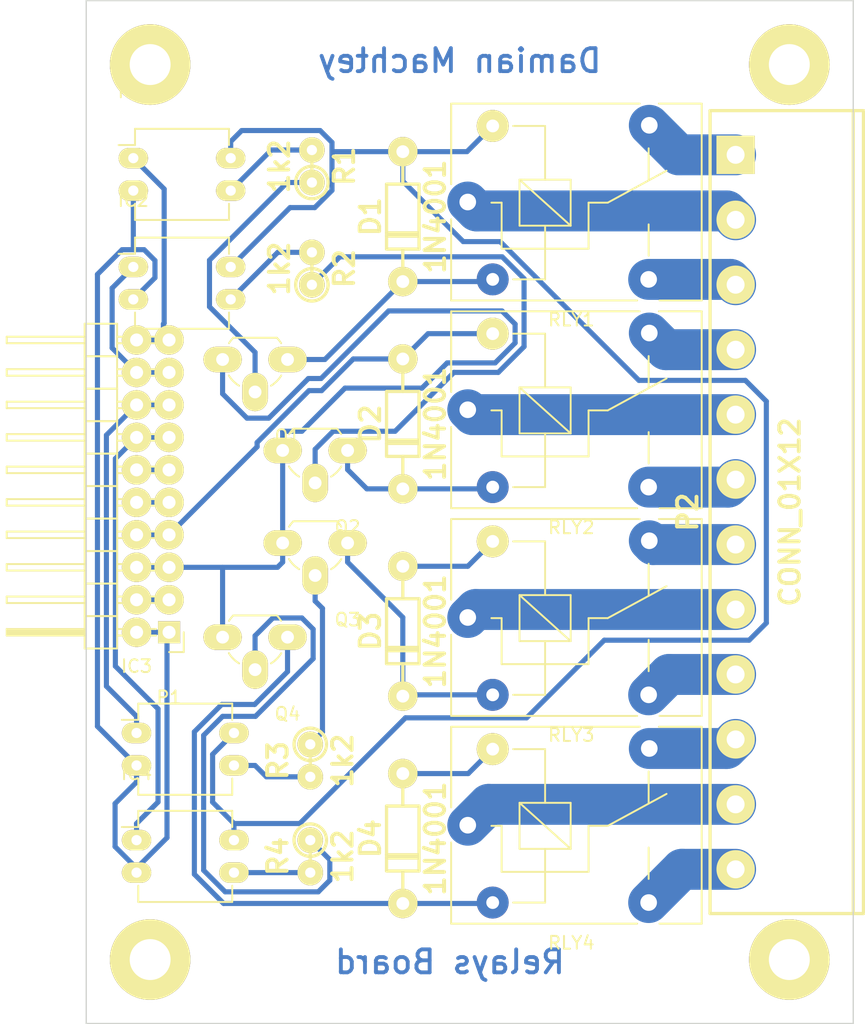
<source format=kicad_pcb>

(kicad_pcb
  (version 4)
  (host pcbnew "(2015-07-19 BZR 5960)-product")
  (general
    (links 59)
    (no_connects 0)
    (area 93.238999 28.32 170.338525 111.38)
    (thickness 1.6)
    (drawings 6)
    (tracks 206)
    (zones 0)
    (modules 26)
    (nets 38))
  (page A4)
  (title_block
    (title "Plugable Relays Board")
    (company "Damian Machtey"))
  (layers
    (0 F.Cu signal)
    (31 B.Cu signal)
    (32 B.Adhes user)
    (33 F.Adhes user)
    (34 B.Paste user)
    (35 F.Paste user)
    (36 B.SilkS user)
    (37 F.SilkS user)
    (38 B.Mask user)
    (39 F.Mask user)
    (40 Dwgs.User user)
    (41 Cmts.User user)
    (42 Eco1.User user)
    (43 Eco2.User user)
    (44 Edge.Cuts user)
    (45 Margin user)
    (46 B.CrtYd user)
    (47 F.CrtYd user)
    (48 B.Fab user)
    (49 F.Fab user))
  (setup
    (last_trace_width 0.4)
    (trace_clearance 0.3)
    (zone_clearance 0.508)
    (zone_45_only no)
    (trace_min 0.2)
    (segment_width 0.2)
    (edge_width 0.1)
    (via_size 0.6)
    (via_drill 0.4)
    (via_min_size 0.4)
    (via_min_drill 0.3)
    (uvia_size 0.3)
    (uvia_drill 0.1)
    (uvias_allowed no)
    (uvia_min_size 0.2)
    (uvia_min_drill 0.1)
    (pcb_text_width 0.3)
    (pcb_text_size 1.5 1.5)
    (mod_edge_width 0.15)
    (mod_text_size 1 1)
    (mod_text_width 0.15)
    (pad_size 2.3 2.3)
    (pad_drill 1.00076)
    (pad_to_mask_clearance 0)
    (aux_axis_origin 100.33 34.925)
    (grid_origin 100.584 29.925)
    (visible_elements FFFFFF7F)
    (pcbplotparams
      (layerselection 0x00030_80000001)
      (usegerberextensions false)
      (excludeedgelayer true)
      (linewidth 0.1)
      (plotframeref false)
      (viasonmask false)
      (mode 1)
      (useauxorigin false)
      (hpglpennumber 1)
      (hpglpenspeed 20)
      (hpglpendiameter 15)
      (hpglpenoverlay 2)
      (psnegative false)
      (psa4output false)
      (plotreference true)
      (plotvalue true)
      (plotinvisibletext false)
      (padsonsilk false)
      (subtractmaskfromsilk false)
      (outputformat 1)
      (mirror false)
      (drillshape 1)
      (scaleselection 1)
      (outputdirectory "")))
  (net 0 "")
  (net 1 /in_1)
  (net 2 /GND)
  (net 3 "Net-(IC1-Pad3)")
  (net 4 /in_2)
  (net 5 "Net-(IC2-Pad3)")
  (net 6 /in_3)
  (net 7 "Net-(IC3-Pad3)")
  (net 8 /in_4)
  (net 9 "Net-(IC4-Pad3)")
  (net 10 "Net-(P1-Pad10)")
  (net 11 "Net-(P1-Pad11)")
  (net 12 /3.3V)
  (net 13 /GND12V)
  (net 14 /+12VDC)
  (net 15 "Net-(P2-Pad1)")
  (net 16 "Net-(P2-Pad2)")
  (net 17 "Net-(P2-Pad4)")
  (net 18 "Net-(P2-Pad3)")
  (net 19 "Net-(P2-Pad5)")
  (net 20 "Net-(P2-Pad6)")
  (net 21 "Net-(P2-Pad7)")
  (net 22 "Net-(P2-Pad8)")
  (net 23 "Net-(P2-Pad9)")
  (net 24 "Net-(P2-Pad10)")
  (net 25 "Net-(P2-Pad11)")
  (net 26 "Net-(P2-Pad12)")
  (net 27 "Net-(D1-Pad2)")
  (net 28 "Net-(D1-Pad1)")
  (net 29 "Net-(D2-Pad2)")
  (net 30 "Net-(D3-Pad2)")
  (net 31 "Net-(D3-Pad1)")
  (net 32 "Net-(D4-Pad2)")
  (net 33 "Net-(D4-Pad1)")
  (net 34 "Net-(Q1-Pad2)")
  (net 35 "Net-(Q2-Pad2)")
  (net 36 "Net-(Q3-Pad2)")
  (net 37 "Net-(Q4-Pad2)")
  (net_class Default "This is the default net class."
    (clearance 0.3)
    (trace_width 0.4)
    (via_dia 0.6)
    (via_drill 0.4)
    (uvia_dia 0.3)
    (uvia_drill 0.1)
    (add_net /+12VDC)
    (add_net /3.3V)
    (add_net /GND)
    (add_net /GND12V)
    (add_net /in_1)
    (add_net /in_2)
    (add_net /in_3)
    (add_net /in_4)
    (add_net "Net-(D1-Pad1)")
    (add_net "Net-(D1-Pad2)")
    (add_net "Net-(D2-Pad2)")
    (add_net "Net-(D3-Pad1)")
    (add_net "Net-(D3-Pad2)")
    (add_net "Net-(D4-Pad1)")
    (add_net "Net-(D4-Pad2)")
    (add_net "Net-(IC1-Pad3)")
    (add_net "Net-(IC2-Pad3)")
    (add_net "Net-(IC3-Pad3)")
    (add_net "Net-(IC4-Pad3)")
    (add_net "Net-(P1-Pad10)")
    (add_net "Net-(P1-Pad11)")
    (add_net "Net-(Q1-Pad2)")
    (add_net "Net-(Q2-Pad2)")
    (add_net "Net-(Q3-Pad2)")
    (add_net "Net-(Q4-Pad2)"))
  (net_class Power ""
    (clearance 0.2)
    (trace_width 2.3)
    (via_dia 0.6)
    (via_drill 0.4)
    (uvia_dia 0.3)
    (uvia_drill 0.1))
  (net_class PowerRelay ""
    (clearance 0.6)
    (trace_width 3.2)
    (via_dia 0.6)
    (via_drill 0.4)
    (uvia_dia 0.3)
    (uvia_drill 0.1)
    (add_net "Net-(P2-Pad1)")
    (add_net "Net-(P2-Pad10)")
    (add_net "Net-(P2-Pad11)")
    (add_net "Net-(P2-Pad12)")
    (add_net "Net-(P2-Pad2)")
    (add_net "Net-(P2-Pad3)")
    (add_net "Net-(P2-Pad4)")
    (add_net "Net-(P2-Pad5)")
    (add_net "Net-(P2-Pad6)")
    (add_net "Net-(P2-Pad7)")
    (add_net "Net-(P2-Pad8)")
    (add_net "Net-(P2-Pad9)"))
  (module Wire_Pads:SolderWirePad_single_2-5mmDrill
    (layer F.Cu)
    (tedit 55C06F41)
    (tstamp 55C1BC54)
    (at 105.584 104.925)
    (fp_text reference OR4
      (at 0 -5.08)
      (layer F.SilkS) hide
      (effects
        (font
          (size 1 1)
          (thickness 0.15))))
    (fp_text value SolderWirePad_single_2-5mmDrill
      (at 1.27 5.08)
      (layer F.Fab) hide
      (effects
        (font
          (size 1 1)
          (thickness 0.15))))
    (pad 1 thru_hole circle
      (at 0 0)
      (size 6.3 6.3)
      (drill 3.2)
      (layers *.Cu *.Mask F.SilkS)))
  (module Wire_Pads:SolderWirePad_single_2-5mmDrill
    (layer F.Cu)
    (tedit 55C06F32)
    (tstamp 55C1BC4F)
    (at 155.584 104.925)
    (fp_text reference OR3
      (at 0 -5.08)
      (layer F.SilkS) hide
      (effects
        (font
          (size 1 1)
          (thickness 0.15))))
    (fp_text value SolderWirePad_single_2-5mmDrill
      (at 1.27 5.08)
      (layer F.Fab) hide
      (effects
        (font
          (size 1 1)
          (thickness 0.15))))
    (pad 1 thru_hole circle
      (at 0 0)
      (size 6.3 6.3)
      (drill 3.2)
      (layers *.Cu *.Mask F.SilkS)))
  (module Wire_Pads:SolderWirePad_single_2-5mmDrill
    (layer F.Cu)
    (tedit 55C06F1E)
    (tstamp 55C1BC49)
    (at 155.584 34.925)
    (fp_text reference OR2
      (at 0 -5.08)
      (layer F.SilkS) hide
      (effects
        (font
          (size 1 1)
          (thickness 0.15))))
    (fp_text value SolderWirePad_single_2-5mmDrill
      (at 1.27 5.08)
      (layer F.Fab) hide
      (effects
        (font
          (size 1 1)
          (thickness 0.15))))
    (pad 1 thru_hole circle
      (at 0 0)
      (size 6.3 6.3)
      (drill 3.2)
      (layers *.Cu *.Mask F.SilkS)))
  (module Pin_Headers:Pin_Header_Angled_2x10
    (layer F.Cu)
    (tedit 55C0727C)
    (tstamp 55BF4A29)
    (at 107.064 79.325 180)
    (descr "Through hole pin header")
    (tags "pin header")
    (path /55BF4604)
    (fp_text reference P1
      (at 0 -5.1 180)
      (layer F.SilkS)
      (effects
        (font
          (size 1 1)
          (thickness 0.15))))
    (fp_text value CONN_02X10
      (at 0 -3.1 180)
      (layer F.Fab)
      (effects
        (font
          (size 1 1)
          (thickness 0.15))))
    (fp_line
      (start -1.35 -1.75)
      (end -1.35 24.65)
      (layer F.CrtYd)
      (width 0.05))
    (fp_line
      (start 13.2 -1.75)
      (end 13.2 24.65)
      (layer F.CrtYd)
      (width 0.05))
    (fp_line
      (start -1.35 -1.75)
      (end 13.2 -1.75)
      (layer F.CrtYd)
      (width 0.05))
    (fp_line
      (start -1.35 24.65)
      (end 13.2 24.65)
      (layer F.CrtYd)
      (width 0.05))
    (fp_line
      (start 1.524 -0.254)
      (end 1.016 -0.254)
      (layer F.SilkS)
      (width 0.15))
    (fp_line
      (start 1.524 0.254)
      (end 1.016 0.254)
      (layer F.SilkS)
      (width 0.15))
    (fp_line
      (start 1.524 23.114)
      (end 1.016 23.114)
      (layer F.SilkS)
      (width 0.15))
    (fp_line
      (start 1.524 22.606)
      (end 1.016 22.606)
      (layer F.SilkS)
      (width 0.15))
    (fp_line
      (start 1.524 17.526)
      (end 1.016 17.526)
      (layer F.SilkS)
      (width 0.15))
    (fp_line
      (start 1.524 18.034)
      (end 1.016 18.034)
      (layer F.SilkS)
      (width 0.15))
    (fp_line
      (start 1.524 20.066)
      (end 1.016 20.066)
      (layer F.SilkS)
      (width 0.15))
    (fp_line
      (start 1.524 20.574)
      (end 1.016 20.574)
      (layer F.SilkS)
      (width 0.15))
    (fp_line
      (start 1.524 15.494)
      (end 1.016 15.494)
      (layer F.SilkS)
      (width 0.15))
    (fp_line
      (start 1.524 14.986)
      (end 1.016 14.986)
      (layer F.SilkS)
      (width 0.15))
    (fp_line
      (start 1.524 12.954)
      (end 1.016 12.954)
      (layer F.SilkS)
      (width 0.15))
    (fp_line
      (start 1.524 12.446)
      (end 1.016 12.446)
      (layer F.SilkS)
      (width 0.15))
    (fp_line
      (start 1.524 2.286)
      (end 1.016 2.286)
      (layer F.SilkS)
      (width 0.15))
    (fp_line
      (start 1.524 2.794)
      (end 1.016 2.794)
      (layer F.SilkS)
      (width 0.15))
    (fp_line
      (start 1.524 4.826)
      (end 1.016 4.826)
      (layer F.SilkS)
      (width 0.15))
    (fp_line
      (start 1.524 5.334)
      (end 1.016 5.334)
      (layer F.SilkS)
      (width 0.15))
    (fp_line
      (start 1.524 10.414)
      (end 1.016 10.414)
      (layer F.SilkS)
      (width 0.15))
    (fp_line
      (start 1.524 9.906)
      (end 1.016 9.906)
      (layer F.SilkS)
      (width 0.15))
    (fp_line
      (start 1.524 7.874)
      (end 1.016 7.874)
      (layer F.SilkS)
      (width 0.15))
    (fp_line
      (start 1.524 7.366)
      (end 1.016 7.366)
      (layer F.SilkS)
      (width 0.15))
    (fp_line
      (start 4.064 23.114)
      (end 3.556 23.114)
      (layer F.SilkS)
      (width 0.15))
    (fp_line
      (start 4.064 22.606)
      (end 3.556 22.606)
      (layer F.SilkS)
      (width 0.15))
    (fp_line
      (start 4.064 20.574)
      (end 3.556 20.574)
      (layer F.SilkS)
      (width 0.15))
    (fp_line
      (start 4.064 20.066)
      (end 3.556 20.066)
      (layer F.SilkS)
      (width 0.15))
    (fp_line
      (start 4.064 14.986)
      (end 3.556 14.986)
      (layer F.SilkS)
      (width 0.15))
    (fp_line
      (start 4.064 15.494)
      (end 3.556 15.494)
      (layer F.SilkS)
      (width 0.15))
    (fp_line
      (start 4.064 17.526)
      (end 3.556 17.526)
      (layer F.SilkS)
      (width 0.15))
    (fp_line
      (start 4.064 18.034)
      (end 3.556 18.034)
      (layer F.SilkS)
      (width 0.15))
    (fp_line
      (start 4.064 12.954)
      (end 3.556 12.954)
      (layer F.SilkS)
      (width 0.15))
    (fp_line
      (start 4.064 12.446)
      (end 3.556 12.446)
      (layer F.SilkS)
      (width 0.15))
    (fp_line
      (start 4.064 10.414)
      (end 3.556 10.414)
      (layer F.SilkS)
      (width 0.15))
    (fp_line
      (start 4.064 9.906)
      (end 3.556 9.906)
      (layer F.SilkS)
      (width 0.15))
    (fp_line
      (start 4.064 -0.254)
      (end 3.556 -0.254)
      (layer F.SilkS)
      (width 0.15))
    (fp_line
      (start 4.064 0.254)
      (end 3.556 0.254)
      (layer F.SilkS)
      (width 0.15))
    (fp_line
      (start 4.064 2.286)
      (end 3.556 2.286)
      (layer F.SilkS)
      (width 0.15))
    (fp_line
      (start 4.064 2.794)
      (end 3.556 2.794)
      (layer F.SilkS)
      (width 0.15))
    (fp_line
      (start 4.064 7.874)
      (end 3.556 7.874)
      (layer F.SilkS)
      (width 0.15))
    (fp_line
      (start 4.064 7.366)
      (end 3.556 7.366)
      (layer F.SilkS)
      (width 0.15))
    (fp_line
      (start 4.064 5.334)
      (end 3.556 5.334)
      (layer F.SilkS)
      (width 0.15))
    (fp_line
      (start 4.064 4.826)
      (end 3.556 4.826)
      (layer F.SilkS)
      (width 0.15))
    (fp_line
      (start 0 -1.55)
      (end -1.15 -1.55)
      (layer F.SilkS)
      (width 0.15))
    (fp_line
      (start -1.15 -1.55)
      (end -1.15 0)
      (layer F.SilkS)
      (width 0.15))
    (fp_line
      (start 6.604 -0.127)
      (end 12.573 -0.127)
      (layer F.SilkS)
      (width 0.15))
    (fp_line
      (start 12.573 -0.127)
      (end 12.573 0.127)
      (layer F.SilkS)
      (width 0.15))
    (fp_line
      (start 12.573 0.127)
      (end 6.731 0.127)
      (layer F.SilkS)
      (width 0.15))
    (fp_line
      (start 6.731 0.127)
      (end 6.731 0)
      (layer F.SilkS)
      (width 0.15))
    (fp_line
      (start 6.731 0)
      (end 12.573 0)
      (layer F.SilkS)
      (width 0.15))
    (fp_line
      (start 4.064 19.05)
      (end 6.604 19.05)
      (layer F.SilkS)
      (width 0.15))
    (fp_line
      (start 4.064 19.05)
      (end 4.064 21.59)
      (layer F.SilkS)
      (width 0.15))
    (fp_line
      (start 4.064 21.59)
      (end 6.604 21.59)
      (layer F.SilkS)
      (width 0.15))
    (fp_line
      (start 6.604 20.066)
      (end 12.7 20.066)
      (layer F.SilkS)
      (width 0.15))
    (fp_line
      (start 12.7 20.066)
      (end 12.7 20.574)
      (layer F.SilkS)
      (width 0.15))
    (fp_line
      (start 12.7 20.574)
      (end 6.604 20.574)
      (layer F.SilkS)
      (width 0.15))
    (fp_line
      (start 6.604 21.59)
      (end 6.604 19.05)
      (layer F.SilkS)
      (width 0.15))
    (fp_line
      (start 6.604 24.13)
      (end 6.604 21.59)
      (layer F.SilkS)
      (width 0.15))
    (fp_line
      (start 12.7 23.114)
      (end 6.604 23.114)
      (layer F.SilkS)
      (width 0.15))
    (fp_line
      (start 12.7 22.606)
      (end 12.7 23.114)
      (layer F.SilkS)
      (width 0.15))
    (fp_line
      (start 6.604 22.606)
      (end 12.7 22.606)
      (layer F.SilkS)
      (width 0.15))
    (fp_line
      (start 4.064 21.59)
      (end 4.064 24.13)
      (layer F.SilkS)
      (width 0.15))
    (fp_line
      (start 4.064 21.59)
      (end 6.604 21.59)
      (layer F.SilkS)
      (width 0.15))
    (fp_line
      (start 4.064 24.13)
      (end 6.604 24.13)
      (layer F.SilkS)
      (width 0.15))
    (fp_line
      (start 4.064 8.89)
      (end 6.604 8.89)
      (layer F.SilkS)
      (width 0.15))
    (fp_line
      (start 4.064 8.89)
      (end 4.064 11.43)
      (layer F.SilkS)
      (width 0.15))
    (fp_line
      (start 4.064 11.43)
      (end 6.604 11.43)
      (layer F.SilkS)
      (width 0.15))
    (fp_line
      (start 6.604 9.906)
      (end 12.7 9.906)
      (layer F.SilkS)
      (width 0.15))
    (fp_line
      (start 12.7 9.906)
      (end 12.7 10.414)
      (layer F.SilkS)
      (width 0.15))
    (fp_line
      (start 12.7 10.414)
      (end 6.604 10.414)
      (layer F.SilkS)
      (width 0.15))
    (fp_line
      (start 6.604 11.43)
      (end 6.604 8.89)
      (layer F.SilkS)
      (width 0.15))
    (fp_line
      (start 6.604 13.97)
      (end 6.604 11.43)
      (layer F.SilkS)
      (width 0.15))
    (fp_line
      (start 12.7 12.954)
      (end 6.604 12.954)
      (layer F.SilkS)
      (width 0.15))
    (fp_line
      (start 12.7 12.446)
      (end 12.7 12.954)
      (layer F.SilkS)
      (width 0.15))
    (fp_line
      (start 6.604 12.446)
      (end 12.7 12.446)
      (layer F.SilkS)
      (width 0.15))
    (fp_line
      (start 4.064 13.97)
      (end 6.604 13.97)
      (layer F.SilkS)
      (width 0.15))
    (fp_line
      (start 4.064 11.43)
      (end 4.064 13.97)
      (layer F.SilkS)
      (width 0.15))
    (fp_line
      (start 4.064 11.43)
      (end 6.604 11.43)
      (layer F.SilkS)
      (width 0.15))
    (fp_line
      (start 4.064 16.51)
      (end 6.604 16.51)
      (layer F.SilkS)
      (width 0.15))
    (fp_line
      (start 4.064 16.51)
      (end 4.064 19.05)
      (layer F.SilkS)
      (width 0.15))
    (fp_line
      (start 4.064 19.05)
      (end 6.604 19.05)
      (layer F.SilkS)
      (width 0.15))
    (fp_line
      (start 6.604 17.526)
      (end 12.7 17.526)
      (layer F.SilkS)
      (width 0.15))
    (fp_line
      (start 12.7 17.526)
      (end 12.7 18.034)
      (layer F.SilkS)
      (width 0.15))
    (fp_line
      (start 12.7 18.034)
      (end 6.604 18.034)
      (layer F.SilkS)
      (width 0.15))
    (fp_line
      (start 6.604 19.05)
      (end 6.604 16.51)
      (layer F.SilkS)
      (width 0.15))
    (fp_line
      (start 6.604 16.51)
      (end 6.604 13.97)
      (layer F.SilkS)
      (width 0.15))
    (fp_line
      (start 12.7 15.494)
      (end 6.604 15.494)
      (layer F.SilkS)
      (width 0.15))
    (fp_line
      (start 12.7 14.986)
      (end 12.7 15.494)
      (layer F.SilkS)
      (width 0.15))
    (fp_line
      (start 6.604 14.986)
      (end 12.7 14.986)
      (layer F.SilkS)
      (width 0.15))
    (fp_line
      (start 4.064 16.51)
      (end 6.604 16.51)
      (layer F.SilkS)
      (width 0.15))
    (fp_line
      (start 4.064 13.97)
      (end 4.064 16.51)
      (layer F.SilkS)
      (width 0.15))
    (fp_line
      (start 4.064 13.97)
      (end 6.604 13.97)
      (layer F.SilkS)
      (width 0.15))
    (fp_line
      (start 4.064 3.81)
      (end 6.604 3.81)
      (layer F.SilkS)
      (width 0.15))
    (fp_line
      (start 4.064 3.81)
      (end 4.064 6.35)
      (layer F.SilkS)
      (width 0.15))
    (fp_line
      (start 4.064 6.35)
      (end 6.604 6.35)
      (layer F.SilkS)
      (width 0.15))
    (fp_line
      (start 6.604 4.826)
      (end 12.7 4.826)
      (layer F.SilkS)
      (width 0.15))
    (fp_line
      (start 12.7 4.826)
      (end 12.7 5.334)
      (layer F.SilkS)
      (width 0.15))
    (fp_line
      (start 12.7 5.334)
      (end 6.604 5.334)
      (layer F.SilkS)
      (width 0.15))
    (fp_line
      (start 6.604 6.35)
      (end 6.604 3.81)
      (layer F.SilkS)
      (width 0.15))
    (fp_line
      (start 6.604 8.89)
      (end 6.604 6.35)
      (layer F.SilkS)
      (width 0.15))
    (fp_line
      (start 12.7 7.874)
      (end 6.604 7.874)
      (layer F.SilkS)
      (width 0.15))
    (fp_line
      (start 12.7 7.366)
      (end 12.7 7.874)
      (layer F.SilkS)
      (width 0.15))
    (fp_line
      (start 6.604 7.366)
      (end 12.7 7.366)
      (layer F.SilkS)
      (width 0.15))
    (fp_line
      (start 4.064 8.89)
      (end 6.604 8.89)
      (layer F.SilkS)
      (width 0.15))
    (fp_line
      (start 4.064 6.35)
      (end 4.064 8.89)
      (layer F.SilkS)
      (width 0.15))
    (fp_line
      (start 4.064 6.35)
      (end 6.604 6.35)
      (layer F.SilkS)
      (width 0.15))
    (fp_line
      (start 4.064 1.27)
      (end 6.604 1.27)
      (layer F.SilkS)
      (width 0.15))
    (fp_line
      (start 4.064 1.27)
      (end 4.064 3.81)
      (layer F.SilkS)
      (width 0.15))
    (fp_line
      (start 4.064 3.81)
      (end 6.604 3.81)
      (layer F.SilkS)
      (width 0.15))
    (fp_line
      (start 6.604 2.286)
      (end 12.7 2.286)
      (layer F.SilkS)
      (width 0.15))
    (fp_line
      (start 12.7 2.286)
      (end 12.7 2.794)
      (layer F.SilkS)
      (width 0.15))
    (fp_line
      (start 12.7 2.794)
      (end 6.604 2.794)
      (layer F.SilkS)
      (width 0.15))
    (fp_line
      (start 6.604 3.81)
      (end 6.604 1.27)
      (layer F.SilkS)
      (width 0.15))
    (fp_line
      (start 6.604 1.27)
      (end 6.604 -1.27)
      (layer F.SilkS)
      (width 0.15))
    (fp_line
      (start 12.7 0.254)
      (end 6.604 0.254)
      (layer F.SilkS)
      (width 0.15))
    (fp_line
      (start 12.7 -0.254)
      (end 12.7 0.254)
      (layer F.SilkS)
      (width 0.15))
    (fp_line
      (start 6.604 -0.254)
      (end 12.7 -0.254)
      (layer F.SilkS)
      (width 0.15))
    (fp_line
      (start 4.064 1.27)
      (end 6.604 1.27)
      (layer F.SilkS)
      (width 0.15))
    (fp_line
      (start 4.064 -1.27)
      (end 4.064 1.27)
      (layer F.SilkS)
      (width 0.15))
    (fp_line
      (start 4.064 -1.27)
      (end 6.604 -1.27)
      (layer F.SilkS)
      (width 0.15))
    (pad 1 thru_hole rect
      (at 0 0 180)
      (size 1.7272 1.7272)
      (drill 1.016)
      (layers *.Cu *.Mask F.SilkS)
      (net 2 /GND))
    (pad 2 thru_hole oval
      (at 2.54 0 180)
      (size 2.3 2.3)
      (drill 1.016)
      (layers *.Cu *.Mask F.SilkS)
      (net 2 /GND))
    (pad 3 thru_hole oval
      (at 0 2.54 180)
      (size 2.3 2.3)
      (drill 1.016)
      (layers *.Cu *.Mask F.SilkS)
      (net 12 /3.3V))
    (pad 4 thru_hole oval
      (at 2.54 2.54 180)
      (size 2.3 2.3)
      (drill 1.016)
      (layers *.Cu *.Mask F.SilkS)
      (net 12 /3.3V))
    (pad 5 thru_hole oval
      (at 0 5.08 180)
      (size 2.3 2.3)
      (drill 1.016)
      (layers *.Cu *.Mask F.SilkS)
      (net 13 /GND12V))
    (pad 6 thru_hole oval
      (at 2.54 5.08 180)
      (size 2.3 2.3)
      (drill 1.016)
      (layers *.Cu *.Mask F.SilkS)
      (net 13 /GND12V))
    (pad 7 thru_hole oval
      (at 0 7.62 180)
      (size 2.3 2.3)
      (drill 1.016)
      (layers *.Cu *.Mask F.SilkS)
      (net 14 /+12VDC))
    (pad 8 thru_hole oval
      (at 2.54 7.62 180)
      (size 2.3 2.3)
      (drill 1.016)
      (layers *.Cu *.Mask F.SilkS)
      (net 14 /+12VDC))
    (pad 9 thru_hole oval
      (at 0 10.16 180)
      (size 2.3 2.3)
      (drill 1.016)
      (layers *.Cu *.Mask F.SilkS)
      (net 10 "Net-(P1-Pad10)"))
    (pad 10 thru_hole oval
      (at 2.54 10.16 180)
      (size 2.3 2.3)
      (drill 1.016)
      (layers *.Cu *.Mask F.SilkS)
      (net 10 "Net-(P1-Pad10)"))
    (pad 11 thru_hole oval
      (at 0 12.7 180)
      (size 2.3 2.3)
      (drill 1.016)
      (layers *.Cu *.Mask F.SilkS)
      (net 11 "Net-(P1-Pad11)"))
    (pad 12 thru_hole oval
      (at 2.54 12.7 180)
      (size 2.3 2.3)
      (drill 1.016)
      (layers *.Cu *.Mask F.SilkS)
      (net 11 "Net-(P1-Pad11)"))
    (pad 13 thru_hole oval
      (at 0 15.24 180)
      (size 2.3 2.3)
      (drill 1.016)
      (layers *.Cu *.Mask F.SilkS)
      (net 8 /in_4))
    (pad 14 thru_hole oval
      (at 2.54 15.24 180)
      (size 2.3 2.3)
      (drill 1.016)
      (layers *.Cu *.Mask F.SilkS)
      (net 8 /in_4))
    (pad 15 thru_hole oval
      (at 0 17.78 180)
      (size 2.3 2.3)
      (drill 1.016)
      (layers *.Cu *.Mask F.SilkS)
      (net 6 /in_3))
    (pad 16 thru_hole oval
      (at 2.54 17.78 180)
      (size 2.3 2.3)
      (drill 1.016)
      (layers *.Cu *.Mask F.SilkS)
      (net 6 /in_3))
    (pad 17 thru_hole oval
      (at 0 20.32 180)
      (size 2.3 2.3)
      (drill 1.016)
      (layers *.Cu *.Mask F.SilkS)
      (net 4 /in_2))
    (pad 18 thru_hole oval
      (at 2.54 20.32 180)
      (size 2.3 2.3)
      (drill 1.016)
      (layers *.Cu *.Mask F.SilkS)
      (net 4 /in_2))
    (pad 19 thru_hole oval
      (at 0 22.86 180)
      (size 2.3 2.3)
      (drill 1.016)
      (layers *.Cu *.Mask F.SilkS)
      (net 1 /in_1))
    (pad 20 thru_hole oval
      (at 2.54 22.86 180)
      (size 2.3 2.3)
      (drill 1.016)
      (layers *.Cu *.Mask F.SilkS)
      (net 1 /in_1))
    (model Pin_Headers.3dshapes/Pin_Header_Angled_2x10.wrl
      (at
        (xyz 0.05 -0.45 0))
      (scale
        (xyz 1 1 1))
      (rotate
        (xyz 0 0 90))))
  (module Housings_DIP:DIP-4_W7.62mm_LongPads
    (layer F.Cu)
    (tedit 54130A77)
    (tstamp 55BFBAB6)
    (at 104.267 42.244)
    (descr "4-lead dip package, row spacing 7.62 mm (300 mils), longer pads")
    (tags "dil dip 2.54 300")
    (path /55A81D51)
    (fp_text reference IC1
      (at 0 -5.22)
      (layer F.SilkS)
      (effects
        (font
          (size 1 1)
          (thickness 0.15))))
    (fp_text value PC817
      (at 0 -3.72)
      (layer F.Fab)
      (effects
        (font
          (size 1 1)
          (thickness 0.15))))
    (fp_line
      (start -1.4 -2.45)
      (end -1.4 5)
      (layer F.CrtYd)
      (width 0.05))
    (fp_line
      (start 9 -2.45)
      (end 9 5)
      (layer F.CrtYd)
      (width 0.05))
    (fp_line
      (start -1.4 -2.45)
      (end 9 -2.45)
      (layer F.CrtYd)
      (width 0.05))
    (fp_line
      (start -1.4 5)
      (end 9 5)
      (layer F.CrtYd)
      (width 0.05))
    (fp_line
      (start 0.135 -2.295)
      (end 0.135 -1.025)
      (layer F.SilkS)
      (width 0.15))
    (fp_line
      (start 7.485 -2.295)
      (end 7.485 -1.025)
      (layer F.SilkS)
      (width 0.15))
    (fp_line
      (start 7.485 4.835)
      (end 7.485 3.565)
      (layer F.SilkS)
      (width 0.15))
    (fp_line
      (start 0.135 4.835)
      (end 0.135 3.565)
      (layer F.SilkS)
      (width 0.15))
    (fp_line
      (start 0.135 -2.295)
      (end 7.485 -2.295)
      (layer F.SilkS)
      (width 0.15))
    (fp_line
      (start 0.135 4.835)
      (end 7.485 4.835)
      (layer F.SilkS)
      (width 0.15))
    (fp_line
      (start 0.135 -1.025)
      (end -1.15 -1.025)
      (layer F.SilkS)
      (width 0.15))
    (pad 1 thru_hole oval
      (at 0 0)
      (size 2.3 1.6)
      (drill 0.8)
      (layers *.Cu *.Mask F.SilkS)
      (net 1 /in_1))
    (pad 2 thru_hole oval
      (at 0 2.54)
      (size 2.3 1.6)
      (drill 0.8)
      (layers *.Cu *.Mask F.SilkS)
      (net 2 /GND))
    (pad 3 thru_hole oval
      (at 7.62 2.54)
      (size 2.3 1.6)
      (drill 0.8)
      (layers *.Cu *.Mask F.SilkS)
      (net 3 "Net-(IC1-Pad3)"))
    (pad 4 thru_hole oval
      (at 7.62 0)
      (size 2.3 1.6)
      (drill 0.8)
      (layers *.Cu *.Mask F.SilkS)
      (net 28 "Net-(D1-Pad1)"))
    (model Housings_DIP.3dshapes/DIP-4_W7.62mm_LongPads.wrl
      (at
        (xyz 0 0 0))
      (scale
        (xyz 1 1 1))
      (rotate
        (xyz 0 0 0))))
  (module Housings_DIP:DIP-4_W7.62mm_LongPads
    (layer F.Cu)
    (tedit 54130A77)
    (tstamp 55BFBAC9)
    (at 104.267 50.753)
    (descr "4-lead dip package, row spacing 7.62 mm (300 mils), longer pads")
    (tags "dil dip 2.54 300")
    (path /55BF39C8)
    (fp_text reference IC2
      (at 0 -5.22)
      (layer F.SilkS)
      (effects
        (font
          (size 1 1)
          (thickness 0.15))))
    (fp_text value PC817
      (at 0 -3.72)
      (layer F.Fab)
      (effects
        (font
          (size 1 1)
          (thickness 0.15))))
    (fp_line
      (start -1.4 -2.45)
      (end -1.4 5)
      (layer F.CrtYd)
      (width 0.05))
    (fp_line
      (start 9 -2.45)
      (end 9 5)
      (layer F.CrtYd)
      (width 0.05))
    (fp_line
      (start -1.4 -2.45)
      (end 9 -2.45)
      (layer F.CrtYd)
      (width 0.05))
    (fp_line
      (start -1.4 5)
      (end 9 5)
      (layer F.CrtYd)
      (width 0.05))
    (fp_line
      (start 0.135 -2.295)
      (end 0.135 -1.025)
      (layer F.SilkS)
      (width 0.15))
    (fp_line
      (start 7.485 -2.295)
      (end 7.485 -1.025)
      (layer F.SilkS)
      (width 0.15))
    (fp_line
      (start 7.485 4.835)
      (end 7.485 3.565)
      (layer F.SilkS)
      (width 0.15))
    (fp_line
      (start 0.135 4.835)
      (end 0.135 3.565)
      (layer F.SilkS)
      (width 0.15))
    (fp_line
      (start 0.135 -2.295)
      (end 7.485 -2.295)
      (layer F.SilkS)
      (width 0.15))
    (fp_line
      (start 0.135 4.835)
      (end 7.485 4.835)
      (layer F.SilkS)
      (width 0.15))
    (fp_line
      (start 0.135 -1.025)
      (end -1.15 -1.025)
      (layer F.SilkS)
      (width 0.15))
    (pad 1 thru_hole oval
      (at 0 0)
      (size 2.3 1.6)
      (drill 0.8)
      (layers *.Cu *.Mask F.SilkS)
      (net 4 /in_2))
    (pad 2 thru_hole oval
      (at 0 2.54)
      (size 2.3 1.6)
      (drill 0.8)
      (layers *.Cu *.Mask F.SilkS)
      (net 2 /GND))
    (pad 3 thru_hole oval
      (at 7.62 2.54)
      (size 2.3 1.6)
      (drill 0.8)
      (layers *.Cu *.Mask F.SilkS)
      (net 5 "Net-(IC2-Pad3)"))
    (pad 4 thru_hole oval
      (at 7.62 0)
      (size 2.3 1.6)
      (drill 0.8)
      (layers *.Cu *.Mask F.SilkS)
      (net 28 "Net-(D1-Pad1)"))
    (model Housings_DIP.3dshapes/DIP-4_W7.62mm_LongPads.wrl
      (at
        (xyz 0 0 0))
      (scale
        (xyz 1 1 1))
      (rotate
        (xyz 0 0 0))))
  (module Housings_DIP:DIP-4_W7.62mm_LongPads
    (layer F.Cu)
    (tedit 54130A77)
    (tstamp 55BFBADC)
    (at 104.521 87.202)
    (descr "4-lead dip package, row spacing 7.62 mm (300 mils), longer pads")
    (tags "dil dip 2.54 300")
    (path /55BF39C5)
    (fp_text reference IC3
      (at 0 -5.22)
      (layer F.SilkS)
      (effects
        (font
          (size 1 1)
          (thickness 0.15))))
    (fp_text value PC817
      (at 0 -3.72)
      (layer F.Fab)
      (effects
        (font
          (size 1 1)
          (thickness 0.15))))
    (fp_line
      (start -1.4 -2.45)
      (end -1.4 5)
      (layer F.CrtYd)
      (width 0.05))
    (fp_line
      (start 9 -2.45)
      (end 9 5)
      (layer F.CrtYd)
      (width 0.05))
    (fp_line
      (start -1.4 -2.45)
      (end 9 -2.45)
      (layer F.CrtYd)
      (width 0.05))
    (fp_line
      (start -1.4 5)
      (end 9 5)
      (layer F.CrtYd)
      (width 0.05))
    (fp_line
      (start 0.135 -2.295)
      (end 0.135 -1.025)
      (layer F.SilkS)
      (width 0.15))
    (fp_line
      (start 7.485 -2.295)
      (end 7.485 -1.025)
      (layer F.SilkS)
      (width 0.15))
    (fp_line
      (start 7.485 4.835)
      (end 7.485 3.565)
      (layer F.SilkS)
      (width 0.15))
    (fp_line
      (start 0.135 4.835)
      (end 0.135 3.565)
      (layer F.SilkS)
      (width 0.15))
    (fp_line
      (start 0.135 -2.295)
      (end 7.485 -2.295)
      (layer F.SilkS)
      (width 0.15))
    (fp_line
      (start 0.135 4.835)
      (end 7.485 4.835)
      (layer F.SilkS)
      (width 0.15))
    (fp_line
      (start 0.135 -1.025)
      (end -1.15 -1.025)
      (layer F.SilkS)
      (width 0.15))
    (pad 1 thru_hole oval
      (at 0 0)
      (size 2.3 1.6)
      (drill 0.8)
      (layers *.Cu *.Mask F.SilkS)
      (net 6 /in_3))
    (pad 2 thru_hole oval
      (at 0 2.54)
      (size 2.3 1.6)
      (drill 0.8)
      (layers *.Cu *.Mask F.SilkS)
      (net 2 /GND))
    (pad 3 thru_hole oval
      (at 7.62 2.54)
      (size 2.3 1.6)
      (drill 0.8)
      (layers *.Cu *.Mask F.SilkS)
      (net 7 "Net-(IC3-Pad3)"))
    (pad 4 thru_hole oval
      (at 7.62 0)
      (size 2.3 1.6)
      (drill 0.8)
      (layers *.Cu *.Mask F.SilkS)
      (net 28 "Net-(D1-Pad1)"))
    (model Housings_DIP.3dshapes/DIP-4_W7.62mm_LongPads.wrl
      (at
        (xyz 0 0 0))
      (scale
        (xyz 1 1 1))
      (rotate
        (xyz 0 0 0))))
  (module Housings_DIP:DIP-4_W7.62mm_LongPads
    (layer F.Cu)
    (tedit 54130A77)
    (tstamp 55BFBAEF)
    (at 104.521 95.584)
    (descr "4-lead dip package, row spacing 7.62 mm (300 mils), longer pads")
    (tags "dil dip 2.54 300")
    (path /55B15546)
    (fp_text reference IC4
      (at 0 -5.22)
      (layer F.SilkS)
      (effects
        (font
          (size 1 1)
          (thickness 0.15))))
    (fp_text value PC817
      (at 0 -3.72)
      (layer F.Fab)
      (effects
        (font
          (size 1 1)
          (thickness 0.15))))
    (fp_line
      (start -1.4 -2.45)
      (end -1.4 5)
      (layer F.CrtYd)
      (width 0.05))
    (fp_line
      (start 9 -2.45)
      (end 9 5)
      (layer F.CrtYd)
      (width 0.05))
    (fp_line
      (start -1.4 -2.45)
      (end 9 -2.45)
      (layer F.CrtYd)
      (width 0.05))
    (fp_line
      (start -1.4 5)
      (end 9 5)
      (layer F.CrtYd)
      (width 0.05))
    (fp_line
      (start 0.135 -2.295)
      (end 0.135 -1.025)
      (layer F.SilkS)
      (width 0.15))
    (fp_line
      (start 7.485 -2.295)
      (end 7.485 -1.025)
      (layer F.SilkS)
      (width 0.15))
    (fp_line
      (start 7.485 4.835)
      (end 7.485 3.565)
      (layer F.SilkS)
      (width 0.15))
    (fp_line
      (start 0.135 4.835)
      (end 0.135 3.565)
      (layer F.SilkS)
      (width 0.15))
    (fp_line
      (start 0.135 -2.295)
      (end 7.485 -2.295)
      (layer F.SilkS)
      (width 0.15))
    (fp_line
      (start 0.135 4.835)
      (end 7.485 4.835)
      (layer F.SilkS)
      (width 0.15))
    (fp_line
      (start 0.135 -1.025)
      (end -1.15 -1.025)
      (layer F.SilkS)
      (width 0.15))
    (pad 1 thru_hole oval
      (at 0 0)
      (size 2.3 1.6)
      (drill 0.8)
      (layers *.Cu *.Mask F.SilkS)
      (net 8 /in_4))
    (pad 2 thru_hole oval
      (at 0 2.54)
      (size 2.3 1.6)
      (drill 0.8)
      (layers *.Cu *.Mask F.SilkS)
      (net 2 /GND))
    (pad 3 thru_hole oval
      (at 7.62 2.54)
      (size 2.3 1.6)
      (drill 0.8)
      (layers *.Cu *.Mask F.SilkS)
      (net 9 "Net-(IC4-Pad3)"))
    (pad 4 thru_hole oval
      (at 7.62 0)
      (size 2.3 1.6)
      (drill 0.8)
      (layers *.Cu *.Mask F.SilkS)
      (net 28 "Net-(D1-Pad1)"))
    (model Housings_DIP.3dshapes/DIP-4_W7.62mm_LongPads.wrl
      (at
        (xyz 0 0 0))
      (scale
        (xyz 1 1 1))
      (rotate
        (xyz 0 0 0))))
  (module Relays_ThroughHole:Relay_SANYOU_SRD_Series_Form_C
    (layer F.Cu)
    (tedit 5418D3EA)
    (tstamp 55BFBB80)
    (at 130.43 45.6757)
    (descr "relay, Sanyou SRD series Form C")
    (path /55BFCB47)
    (fp_text reference RLY1
      (at 8.1 9.2)
      (layer F.SilkS)
      (effects
        (font
          (size 1 1)
          (thickness 0.15))))
    (fp_text value RELAY_HJR-3FF_Z
      (at 8 -9.6)
      (layer F.Fab)
      (effects
        (font
          (size 1 1)
          (thickness 0.15))))
    (fp_line
      (start 15 7.7)
      (end 18.3 7.7)
      (layer F.SilkS)
      (width 0.15))
    (fp_line
      (start 18.3 7.7)
      (end 18.3 -7.7)
      (layer F.SilkS)
      (width 0.15))
    (fp_line
      (start 18.3 -7.7)
      (end 14.95 -7.7)
      (layer F.SilkS)
      (width 0.15))
    (fp_line
      (start -1.3 1.35)
      (end -1.3 7.7)
      (layer F.SilkS)
      (width 0.15))
    (fp_line
      (start -1.3 7.7)
      (end 13.25 7.7)
      (layer F.SilkS)
      (width 0.15))
    (fp_line
      (start -1.3 -1.4)
      (end -1.3 -7.7)
      (layer F.SilkS)
      (width 0.15))
    (fp_line
      (start -1.3 -7.7)
      (end 13.45 -7.7)
      (layer F.SilkS)
      (width 0.15))
    (fp_line
      (start -1.3 -7.65)
      (end -1.3 -1.4)
      (layer F.SilkS)
      (width 0.15))
    (fp_line
      (start 14.15 4.2)
      (end 14.15 1.75)
      (layer F.SilkS)
      (width 0.15))
    (fp_line
      (start 14.15 -4.2)
      (end 14.15 -1.7)
      (layer F.SilkS)
      (width 0.15))
    (fp_line
      (start 3.55 6.05)
      (end 6.05 6.05)
      (layer F.SilkS)
      (width 0.15))
    (fp_line
      (start 2.65 0.05)
      (end 1.85 0.05)
      (layer F.SilkS)
      (width 0.15))
    (fp_line
      (start 6.05 -5.95)
      (end 3.55 -5.95)
      (layer F.SilkS)
      (width 0.15))
    (fp_line
      (start 9.45 0.05)
      (end 10.95 0.05)
      (layer F.SilkS)
      (width 0.15))
    (fp_line
      (start 10.95 0.05)
      (end 15.55 -2.45)
      (layer F.SilkS)
      (width 0.15))
    (fp_line
      (start 9.45 3.65)
      (end 2.65 3.65)
      (layer F.SilkS)
      (width 0.15))
    (fp_line
      (start 9.45 0.05)
      (end 9.45 3.65)
      (layer F.SilkS)
      (width 0.15))
    (fp_line
      (start 2.65 0.05)
      (end 2.65 3.65)
      (layer F.SilkS)
      (width 0.15))
    (fp_line
      (start 6.05 -5.95)
      (end 6.05 -1.75)
      (layer F.SilkS)
      (width 0.15))
    (fp_line
      (start 6.05 1.85)
      (end 6.05 6.05)
      (layer F.SilkS)
      (width 0.15))
    (fp_line
      (start 8.05 1.85)
      (end 4.05 -1.75)
      (layer F.SilkS)
      (width 0.15))
    (fp_line
      (start 4.05 1.85)
      (end 4.05 -1.75)
      (layer F.SilkS)
      (width 0.15))
    (fp_line
      (start 4.05 -1.75)
      (end 8.05 -1.75)
      (layer F.SilkS)
      (width 0.15))
    (fp_line
      (start 8.05 -1.75)
      (end 8.05 1.85)
      (layer F.SilkS)
      (width 0.15))
    (fp_line
      (start 8.05 1.85)
      (end 4.05 1.85)
      (layer F.SilkS)
      (width 0.15))
    (pad 2 thru_hole circle
      (at 1.95 6.05 90)
      (size 2.5 2.5)
      (drill 1)
      (layers *.Cu *.Mask)
      (net 27 "Net-(D1-Pad2)"))
    (pad 3 thru_hole circle
      (at 14.15 6.05 90)
      (size 3 3)
      (drill 1.3)
      (layers *.Cu *.Mask)
      (net 18 "Net-(P2-Pad3)"))
    (pad 4 thru_hole circle
      (at 14.2 -6 90)
      (size 3 3)
      (drill 1.3)
      (layers *.Cu *.Mask)
      (net 15 "Net-(P2-Pad1)"))
    (pad 5 thru_hole circle
      (at 1.95 -5.95 90)
      (size 2.5 2.5)
      (drill 1)
      (layers *.Cu *.Mask F.SilkS)
      (net 28 "Net-(D1-Pad1)"))
    (pad 1 thru_hole circle
      (at 0 0 90)
      (size 3 3)
      (drill 1.3)
      (layers *.Cu *.Mask)
      (net 16 "Net-(P2-Pad2)"))
    (model Relays_ThroughHole.3dshapes/Relay_SANYOU_SRD_Series_Form_C.wrl
      (at
        (xyz 0 0 0))
      (scale
        (xyz 1 1 1))
      (rotate
        (xyz 0 0 0))))
  (module Relays_ThroughHole:Relay_SANYOU_SRD_Series_Form_C
    (layer F.Cu)
    (tedit 5418D3EA)
    (tstamp 55BFBC5B)
    (at 130.43 61.9224)
    (descr "relay, Sanyou SRD series Form C")
    (path /55BFCE9D)
    (fp_text reference RLY2
      (at 8.1 9.2)
      (layer F.SilkS)
      (effects
        (font
          (size 1 1)
          (thickness 0.15))))
    (fp_text value RELAY_HJR-3FF_Z
      (at 8 -9.6)
      (layer F.Fab)
      (effects
        (font
          (size 1 1)
          (thickness 0.15))))
    (fp_line
      (start 15 7.7)
      (end 18.3 7.7)
      (layer F.SilkS)
      (width 0.15))
    (fp_line
      (start 18.3 7.7)
      (end 18.3 -7.7)
      (layer F.SilkS)
      (width 0.15))
    (fp_line
      (start 18.3 -7.7)
      (end 14.95 -7.7)
      (layer F.SilkS)
      (width 0.15))
    (fp_line
      (start -1.3 1.35)
      (end -1.3 7.7)
      (layer F.SilkS)
      (width 0.15))
    (fp_line
      (start -1.3 7.7)
      (end 13.25 7.7)
      (layer F.SilkS)
      (width 0.15))
    (fp_line
      (start -1.3 -1.4)
      (end -1.3 -7.7)
      (layer F.SilkS)
      (width 0.15))
    (fp_line
      (start -1.3 -7.7)
      (end 13.45 -7.7)
      (layer F.SilkS)
      (width 0.15))
    (fp_line
      (start -1.3 -7.65)
      (end -1.3 -1.4)
      (layer F.SilkS)
      (width 0.15))
    (fp_line
      (start 14.15 4.2)
      (end 14.15 1.75)
      (layer F.SilkS)
      (width 0.15))
    (fp_line
      (start 14.15 -4.2)
      (end 14.15 -1.7)
      (layer F.SilkS)
      (width 0.15))
    (fp_line
      (start 3.55 6.05)
      (end 6.05 6.05)
      (layer F.SilkS)
      (width 0.15))
    (fp_line
      (start 2.65 0.05)
      (end 1.85 0.05)
      (layer F.SilkS)
      (width 0.15))
    (fp_line
      (start 6.05 -5.95)
      (end 3.55 -5.95)
      (layer F.SilkS)
      (width 0.15))
    (fp_line
      (start 9.45 0.05)
      (end 10.95 0.05)
      (layer F.SilkS)
      (width 0.15))
    (fp_line
      (start 10.95 0.05)
      (end 15.55 -2.45)
      (layer F.SilkS)
      (width 0.15))
    (fp_line
      (start 9.45 3.65)
      (end 2.65 3.65)
      (layer F.SilkS)
      (width 0.15))
    (fp_line
      (start 9.45 0.05)
      (end 9.45 3.65)
      (layer F.SilkS)
      (width 0.15))
    (fp_line
      (start 2.65 0.05)
      (end 2.65 3.65)
      (layer F.SilkS)
      (width 0.15))
    (fp_line
      (start 6.05 -5.95)
      (end 6.05 -1.75)
      (layer F.SilkS)
      (width 0.15))
    (fp_line
      (start 6.05 1.85)
      (end 6.05 6.05)
      (layer F.SilkS)
      (width 0.15))
    (fp_line
      (start 8.05 1.85)
      (end 4.05 -1.75)
      (layer F.SilkS)
      (width 0.15))
    (fp_line
      (start 4.05 1.85)
      (end 4.05 -1.75)
      (layer F.SilkS)
      (width 0.15))
    (fp_line
      (start 4.05 -1.75)
      (end 8.05 -1.75)
      (layer F.SilkS)
      (width 0.15))
    (fp_line
      (start 8.05 -1.75)
      (end 8.05 1.85)
      (layer F.SilkS)
      (width 0.15))
    (fp_line
      (start 8.05 1.85)
      (end 4.05 1.85)
      (layer F.SilkS)
      (width 0.15))
    (pad 2 thru_hole circle
      (at 1.95 6.05 90)
      (size 2.5 2.5)
      (drill 1)
      (layers *.Cu *.Mask)
      (net 29 "Net-(D2-Pad2)"))
    (pad 3 thru_hole circle
      (at 14.15 6.05 90)
      (size 3 3)
      (drill 1.3)
      (layers *.Cu *.Mask)
      (net 20 "Net-(P2-Pad6)"))
    (pad 4 thru_hole circle
      (at 14.2 -6 90)
      (size 3 3)
      (drill 1.3)
      (layers *.Cu *.Mask)
      (net 17 "Net-(P2-Pad4)"))
    (pad 5 thru_hole circle
      (at 1.95 -5.95 90)
      (size 2.5 2.5)
      (drill 1)
      (layers *.Cu *.Mask F.SilkS)
      (net 14 /+12VDC))
    (pad 1 thru_hole circle
      (at 0 0 90)
      (size 3 3)
      (drill 1.3)
      (layers *.Cu *.Mask)
      (net 19 "Net-(P2-Pad5)"))
    (model Relays_ThroughHole.3dshapes/Relay_SANYOU_SRD_Series_Form_C.wrl
      (at
        (xyz 0 0 0))
      (scale
        (xyz 1 1 1))
      (rotate
        (xyz 0 0 0))))
  (module Relays_ThroughHole:Relay_SANYOU_SRD_Series_Form_C
    (layer F.Cu)
    (tedit 5418D3EA)
    (tstamp 55BFBC7D)
    (at 130.43 78.169)
    (descr "relay, Sanyou SRD series Form C")
    (path /55BFCEDB)
    (fp_text reference RLY3
      (at 8.1 9.2)
      (layer F.SilkS)
      (effects
        (font
          (size 1 1)
          (thickness 0.15))))
    (fp_text value RELAY_HJR-3FF_Z
      (at 8 -9.6)
      (layer F.Fab)
      (effects
        (font
          (size 1 1)
          (thickness 0.15))))
    (fp_line
      (start 15 7.7)
      (end 18.3 7.7)
      (layer F.SilkS)
      (width 0.15))
    (fp_line
      (start 18.3 7.7)
      (end 18.3 -7.7)
      (layer F.SilkS)
      (width 0.15))
    (fp_line
      (start 18.3 -7.7)
      (end 14.95 -7.7)
      (layer F.SilkS)
      (width 0.15))
    (fp_line
      (start -1.3 1.35)
      (end -1.3 7.7)
      (layer F.SilkS)
      (width 0.15))
    (fp_line
      (start -1.3 7.7)
      (end 13.25 7.7)
      (layer F.SilkS)
      (width 0.15))
    (fp_line
      (start -1.3 -1.4)
      (end -1.3 -7.7)
      (layer F.SilkS)
      (width 0.15))
    (fp_line
      (start -1.3 -7.7)
      (end 13.45 -7.7)
      (layer F.SilkS)
      (width 0.15))
    (fp_line
      (start -1.3 -7.65)
      (end -1.3 -1.4)
      (layer F.SilkS)
      (width 0.15))
    (fp_line
      (start 14.15 4.2)
      (end 14.15 1.75)
      (layer F.SilkS)
      (width 0.15))
    (fp_line
      (start 14.15 -4.2)
      (end 14.15 -1.7)
      (layer F.SilkS)
      (width 0.15))
    (fp_line
      (start 3.55 6.05)
      (end 6.05 6.05)
      (layer F.SilkS)
      (width 0.15))
    (fp_line
      (start 2.65 0.05)
      (end 1.85 0.05)
      (layer F.SilkS)
      (width 0.15))
    (fp_line
      (start 6.05 -5.95)
      (end 3.55 -5.95)
      (layer F.SilkS)
      (width 0.15))
    (fp_line
      (start 9.45 0.05)
      (end 10.95 0.05)
      (layer F.SilkS)
      (width 0.15))
    (fp_line
      (start 10.95 0.05)
      (end 15.55 -2.45)
      (layer F.SilkS)
      (width 0.15))
    (fp_line
      (start 9.45 3.65)
      (end 2.65 3.65)
      (layer F.SilkS)
      (width 0.15))
    (fp_line
      (start 9.45 0.05)
      (end 9.45 3.65)
      (layer F.SilkS)
      (width 0.15))
    (fp_line
      (start 2.65 0.05)
      (end 2.65 3.65)
      (layer F.SilkS)
      (width 0.15))
    (fp_line
      (start 6.05 -5.95)
      (end 6.05 -1.75)
      (layer F.SilkS)
      (width 0.15))
    (fp_line
      (start 6.05 1.85)
      (end 6.05 6.05)
      (layer F.SilkS)
      (width 0.15))
    (fp_line
      (start 8.05 1.85)
      (end 4.05 -1.75)
      (layer F.SilkS)
      (width 0.15))
    (fp_line
      (start 4.05 1.85)
      (end 4.05 -1.75)
      (layer F.SilkS)
      (width 0.15))
    (fp_line
      (start 4.05 -1.75)
      (end 8.05 -1.75)
      (layer F.SilkS)
      (width 0.15))
    (fp_line
      (start 8.05 -1.75)
      (end 8.05 1.85)
      (layer F.SilkS)
      (width 0.15))
    (fp_line
      (start 8.05 1.85)
      (end 4.05 1.85)
      (layer F.SilkS)
      (width 0.15))
    (pad 2 thru_hole circle
      (at 1.95 6.05 90)
      (size 2.5 2.5)
      (drill 1)
      (layers *.Cu *.Mask)
      (net 30 "Net-(D3-Pad2)"))
    (pad 3 thru_hole circle
      (at 14.15 6.05 90)
      (size 3 3)
      (drill 1.3)
      (layers *.Cu *.Mask)
      (net 23 "Net-(P2-Pad9)"))
    (pad 4 thru_hole circle
      (at 14.2 -6 90)
      (size 3 3)
      (drill 1.3)
      (layers *.Cu *.Mask)
      (net 21 "Net-(P2-Pad7)"))
    (pad 5 thru_hole circle
      (at 1.95 -5.95 90)
      (size 2.5 2.5)
      (drill 1)
      (layers *.Cu *.Mask F.SilkS)
      (net 31 "Net-(D3-Pad1)"))
    (pad 1 thru_hole circle
      (at 0 0 90)
      (size 3 3)
      (drill 1.3)
      (layers *.Cu *.Mask)
      (net 22 "Net-(P2-Pad8)"))
    (model Relays_ThroughHole.3dshapes/Relay_SANYOU_SRD_Series_Form_C.wrl
      (at
        (xyz 0 0 0))
      (scale
        (xyz 1 1 1))
      (rotate
        (xyz 0 0 0))))
  (module Relays_ThroughHole:Relay_SANYOU_SRD_Series_Form_C
    (layer F.Cu)
    (tedit 5418D3EA)
    (tstamp 55BFBC9F)
    (at 130.43 94.4157)
    (descr "relay, Sanyou SRD series Form C")
    (path /55BFCF26)
    (fp_text reference RLY4
      (at 8.1 9.2)
      (layer F.SilkS)
      (effects
        (font
          (size 1 1)
          (thickness 0.15))))
    (fp_text value RELAY_HJR-3FF_Z
      (at 8 -9.6)
      (layer F.Fab)
      (effects
        (font
          (size 1 1)
          (thickness 0.15))))
    (fp_line
      (start 15 7.7)
      (end 18.3 7.7)
      (layer F.SilkS)
      (width 0.15))
    (fp_line
      (start 18.3 7.7)
      (end 18.3 -7.7)
      (layer F.SilkS)
      (width 0.15))
    (fp_line
      (start 18.3 -7.7)
      (end 14.95 -7.7)
      (layer F.SilkS)
      (width 0.15))
    (fp_line
      (start -1.3 1.35)
      (end -1.3 7.7)
      (layer F.SilkS)
      (width 0.15))
    (fp_line
      (start -1.3 7.7)
      (end 13.25 7.7)
      (layer F.SilkS)
      (width 0.15))
    (fp_line
      (start -1.3 -1.4)
      (end -1.3 -7.7)
      (layer F.SilkS)
      (width 0.15))
    (fp_line
      (start -1.3 -7.7)
      (end 13.45 -7.7)
      (layer F.SilkS)
      (width 0.15))
    (fp_line
      (start -1.3 -7.65)
      (end -1.3 -1.4)
      (layer F.SilkS)
      (width 0.15))
    (fp_line
      (start 14.15 4.2)
      (end 14.15 1.75)
      (layer F.SilkS)
      (width 0.15))
    (fp_line
      (start 14.15 -4.2)
      (end 14.15 -1.7)
      (layer F.SilkS)
      (width 0.15))
    (fp_line
      (start 3.55 6.05)
      (end 6.05 6.05)
      (layer F.SilkS)
      (width 0.15))
    (fp_line
      (start 2.65 0.05)
      (end 1.85 0.05)
      (layer F.SilkS)
      (width 0.15))
    (fp_line
      (start 6.05 -5.95)
      (end 3.55 -5.95)
      (layer F.SilkS)
      (width 0.15))
    (fp_line
      (start 9.45 0.05)
      (end 10.95 0.05)
      (layer F.SilkS)
      (width 0.15))
    (fp_line
      (start 10.95 0.05)
      (end 15.55 -2.45)
      (layer F.SilkS)
      (width 0.15))
    (fp_line
      (start 9.45 3.65)
      (end 2.65 3.65)
      (layer F.SilkS)
      (width 0.15))
    (fp_line
      (start 9.45 0.05)
      (end 9.45 3.65)
      (layer F.SilkS)
      (width 0.15))
    (fp_line
      (start 2.65 0.05)
      (end 2.65 3.65)
      (layer F.SilkS)
      (width 0.15))
    (fp_line
      (start 6.05 -5.95)
      (end 6.05 -1.75)
      (layer F.SilkS)
      (width 0.15))
    (fp_line
      (start 6.05 1.85)
      (end 6.05 6.05)
      (layer F.SilkS)
      (width 0.15))
    (fp_line
      (start 8.05 1.85)
      (end 4.05 -1.75)
      (layer F.SilkS)
      (width 0.15))
    (fp_line
      (start 4.05 1.85)
      (end 4.05 -1.75)
      (layer F.SilkS)
      (width 0.15))
    (fp_line
      (start 4.05 -1.75)
      (end 8.05 -1.75)
      (layer F.SilkS)
      (width 0.15))
    (fp_line
      (start 8.05 -1.75)
      (end 8.05 1.85)
      (layer F.SilkS)
      (width 0.15))
    (fp_line
      (start 8.05 1.85)
      (end 4.05 1.85)
      (layer F.SilkS)
      (width 0.15))
    (pad 2 thru_hole circle
      (at 1.95 6.05 90)
      (size 2.5 2.5)
      (drill 1)
      (layers *.Cu *.Mask)
      (net 32 "Net-(D4-Pad2)"))
    (pad 3 thru_hole circle
      (at 14.15 6.05 90)
      (size 3 3)
      (drill 1.3)
      (layers *.Cu *.Mask)
      (net 26 "Net-(P2-Pad12)"))
    (pad 4 thru_hole circle
      (at 14.2 -6 90)
      (size 3 3)
      (drill 1.3)
      (layers *.Cu *.Mask)
      (net 24 "Net-(P2-Pad10)"))
    (pad 5 thru_hole circle
      (at 1.95 -5.95 90)
      (size 2.5 2.5)
      (drill 1)
      (layers *.Cu *.Mask F.SilkS)
      (net 33 "Net-(D4-Pad1)"))
    (pad 1 thru_hole circle
      (at 0 0 90)
      (size 3 3)
      (drill 1.3)
      (layers *.Cu *.Mask)
      (net 25 "Net-(P2-Pad11)"))
    (model Relays_ThroughHole.3dshapes/Relay_SANYOU_SRD_Series_Form_C.wrl
      (at
        (xyz 0 0 0))
      (scale
        (xyz 1 1 1))
      (rotate
        (xyz 0 0 0))))
  (module w_conn_screw:mstba_2,5%2f12-g-5,08
    (layer F.Cu)
    (tedit 0)
    (tstamp 55BFC062)
    (at 151.384 69.925 270)
    (descr "Terminal block 2 pins, Phoenix MSTBA 2,5/12-G-5,08")
    (path /55BFBF70)
    (fp_text reference P2
      (at 0 3.74904 270)
      (layer F.SilkS)
      (effects
        (font
          (thickness 0.3048))))
    (fp_text value CONN_01X12
      (at 0 -4.24942 270)
      (layer F.SilkS)
      (effects
        (font
          (thickness 0.3048))))
    (fp_line
      (start -31.39948 -9.19988)
      (end 31.39948 -9.19988)
      (layer F.SilkS)
      (width 0.254))
    (fp_line
      (start -31.39948 1.99898)
      (end 31.39948 1.99898)
      (layer F.SilkS)
      (width 0.254))
    (fp_line
      (start 31.39948 1.99898)
      (end 31.39948 -9.99998)
      (layer F.SilkS)
      (width 0.254))
    (fp_line
      (start 31.39948 -9.99998)
      (end -31.39948 -9.99998)
      (layer F.SilkS)
      (width 0.254))
    (fp_line
      (start -31.39948 -9.99998)
      (end -31.39948 1.99898)
      (layer F.SilkS)
      (width 0.254))
    (pad 1 thru_hole rect
      (at -27.94 0 270)
      (size 2.99974 2.99974)
      (drill 1.39954)
      (layers *.Cu *.Mask F.SilkS)
      (net 15 "Net-(P2-Pad1)"))
    (pad 2 thru_hole circle
      (at -22.86 0 270)
      (size 2.99974 2.99974)
      (drill 1.39954)
      (layers *.Cu *.Mask F.SilkS)
      (net 16 "Net-(P2-Pad2)"))
    (pad 4 thru_hole circle
      (at -12.7 0 270)
      (size 2.99974 2.99974)
      (drill 1.39954)
      (layers *.Cu *.Mask F.SilkS)
      (net 17 "Net-(P2-Pad4)"))
    (pad 3 thru_hole circle
      (at -17.78 0 270)
      (size 2.99974 2.99974)
      (drill 1.39954)
      (layers *.Cu *.Mask F.SilkS)
      (net 18 "Net-(P2-Pad3)"))
    (pad 5 thru_hole circle
      (at -7.62 0 270)
      (size 2.99974 2.99974)
      (drill 1.39954)
      (layers *.Cu *.Mask F.SilkS)
      (net 19 "Net-(P2-Pad5)"))
    (pad 6 thru_hole circle
      (at -2.54 0 270)
      (size 2.99974 2.99974)
      (drill 1.39954)
      (layers *.Cu *.Mask F.SilkS)
      (net 20 "Net-(P2-Pad6)"))
    (pad 7 thru_hole circle
      (at 2.54 0 270)
      (size 2.99974 2.99974)
      (drill 1.39954)
      (layers *.Cu *.Mask F.SilkS)
      (net 21 "Net-(P2-Pad7)"))
    (pad 8 thru_hole circle
      (at 7.62 0 270)
      (size 2.99974 2.99974)
      (drill 1.39954)
      (layers *.Cu *.Mask F.SilkS)
      (net 22 "Net-(P2-Pad8)"))
    (pad 9 thru_hole circle
      (at 12.7 0 270)
      (size 2.99974 2.99974)
      (drill 1.39954)
      (layers *.Cu *.Mask F.SilkS)
      (net 23 "Net-(P2-Pad9)"))
    (pad 10 thru_hole circle
      (at 17.78 0 270)
      (size 2.99974 2.99974)
      (drill 1.39954)
      (layers *.Cu *.Mask F.SilkS)
      (net 24 "Net-(P2-Pad10)"))
    (pad 11 thru_hole circle
      (at 22.86 0 270)
      (size 2.99974 2.99974)
      (drill 1.39954)
      (layers *.Cu *.Mask F.SilkS)
      (net 25 "Net-(P2-Pad11)"))
    (pad 12 thru_hole circle
      (at 27.94 0 270)
      (size 2.99974 2.99974)
      (drill 1.39954)
      (layers *.Cu *.Mask F.SilkS)
      (net 26 "Net-(P2-Pad12)"))
    (model walter/conn_screw/mstba_2,5-12-g-5,08.wrl
      (at
        (xyz 0 0 0))
      (scale
        (xyz 1 1 1))
      (rotate
        (xyz 0 0 0))))
  (module Housings_TO-92:TO-92_Rugged
    (layer F.Cu)
    (tedit 54F24473)
    (tstamp 55BFE55F)
    (at 116.332 57.992 180)
    (descr "TO-92 rugged, leads molded, wide, drill 1mm (see NXP sot054_po.pdf)")
    (tags "to-92 sc-43 sc-43a sot54 PA33 transistor")
    (path /55BFF16C)
    (fp_text reference Q1
      (at 0 -6 180)
      (layer F.SilkS)
      (effects
        (font
          (size 1 1)
          (thickness 0.15))))
    (fp_text value BC548
      (at 0 3 180)
      (layer F.Fab)
      (effects
        (font
          (size 1 1)
          (thickness 0.15))))
    (fp_arc
      (start 2.54 0)
      (end 0.49 -1.25)
      (angle 27.25399767)
      (layer F.SilkS)
      (width 0.15))
    (fp_arc
      (start 2.54 0)
      (end 4.59 -1.25)
      (angle -27.25399767)
      (layer F.SilkS)
      (width 0.15))
    (fp_arc
      (start 2.54 0)
      (end 0.84 1.7)
      (angle 12.99463195)
      (layer F.SilkS)
      (width 0.15))
    (fp_arc
      (start 2.54 0)
      (end 4.24 1.7)
      (angle -12.99463195)
      (layer F.SilkS)
      (width 0.15))
    (fp_line
      (start -1.75 1.95)
      (end -1.75 -4.3)
      (layer F.CrtYd)
      (width 0.05))
    (fp_line
      (start -1.75 1.95)
      (end 6.85 1.95)
      (layer F.CrtYd)
      (width 0.05))
    (fp_line
      (start 0.84 1.7)
      (end 4.24 1.7)
      (layer F.SilkS)
      (width 0.15))
    (fp_line
      (start -1.75 -4.3)
      (end 6.85 -4.3)
      (layer F.CrtYd)
      (width 0.05))
    (fp_line
      (start 6.85 1.95)
      (end 6.85 -4.3)
      (layer F.CrtYd)
      (width 0.05))
    (pad 2 thru_hole oval
      (at 2.54 -2.54 270)
      (size 2.99974 1.99898)
      (drill 1)
      (layers *.Cu *.Mask F.SilkS)
      (net 34 "Net-(Q1-Pad2)"))
    (pad 1 thru_hole oval
      (at 0 0 270)
      (size 1.99898 2.99974)
      (drill 1)
      (layers *.Cu *.Mask F.SilkS)
      (net 27 "Net-(D1-Pad2)"))
    (pad 3 thru_hole oval
      (at 5.08 0 270)
      (size 1.99898 2.99974)
      (drill 1)
      (layers *.Cu *.Mask F.SilkS)
      (net 13 /GND12V))
    (model Housings_TO-92.3dshapes/TO-92_Rugged.wrl
      (at
        (xyz 0.1 0 0))
      (scale
        (xyz 1 1 1))
      (rotate
        (xyz 0 0 -90))))
  (module Housings_TO-92:TO-92_Rugged
    (layer F.Cu)
    (tedit 54F24473)
    (tstamp 55BFE56F)
    (at 121.031 65.104 180)
    (descr "TO-92 rugged, leads molded, wide, drill 1mm (see NXP sot054_po.pdf)")
    (tags "to-92 sc-43 sc-43a sot54 PA33 transistor")
    (path /55BFFA03)
    (fp_text reference Q2
      (at 0 -6 180)
      (layer F.SilkS)
      (effects
        (font
          (size 1 1)
          (thickness 0.15))))
    (fp_text value BC548
      (at 0 3 180)
      (layer F.Fab)
      (effects
        (font
          (size 1 1)
          (thickness 0.15))))
    (fp_arc
      (start 2.54 0)
      (end 0.49 -1.25)
      (angle 27.25399767)
      (layer F.SilkS)
      (width 0.15))
    (fp_arc
      (start 2.54 0)
      (end 4.59 -1.25)
      (angle -27.25399767)
      (layer F.SilkS)
      (width 0.15))
    (fp_arc
      (start 2.54 0)
      (end 0.84 1.7)
      (angle 12.99463195)
      (layer F.SilkS)
      (width 0.15))
    (fp_arc
      (start 2.54 0)
      (end 4.24 1.7)
      (angle -12.99463195)
      (layer F.SilkS)
      (width 0.15))
    (fp_line
      (start -1.75 1.95)
      (end -1.75 -4.3)
      (layer F.CrtYd)
      (width 0.05))
    (fp_line
      (start -1.75 1.95)
      (end 6.85 1.95)
      (layer F.CrtYd)
      (width 0.05))
    (fp_line
      (start 0.84 1.7)
      (end 4.24 1.7)
      (layer F.SilkS)
      (width 0.15))
    (fp_line
      (start -1.75 -4.3)
      (end 6.85 -4.3)
      (layer F.CrtYd)
      (width 0.05))
    (fp_line
      (start 6.85 1.95)
      (end 6.85 -4.3)
      (layer F.CrtYd)
      (width 0.05))
    (pad 2 thru_hole oval
      (at 2.54 -2.54 270)
      (size 2.99974 1.99898)
      (drill 1)
      (layers *.Cu *.Mask F.SilkS)
      (net 35 "Net-(Q2-Pad2)"))
    (pad 1 thru_hole oval
      (at 0 0 270)
      (size 1.99898 2.99974)
      (drill 1)
      (layers *.Cu *.Mask F.SilkS)
      (net 29 "Net-(D2-Pad2)"))
    (pad 3 thru_hole oval
      (at 5.08 0 270)
      (size 1.99898 2.99974)
      (drill 1)
      (layers *.Cu *.Mask F.SilkS)
      (net 13 /GND12V))
    (model Housings_TO-92.3dshapes/TO-92_Rugged.wrl
      (at
        (xyz 0.1 0 0))
      (scale
        (xyz 1 1 1))
      (rotate
        (xyz 0 0 -90))))
  (module Housings_TO-92:TO-92_Rugged
    (layer F.Cu)
    (tedit 54F24473)
    (tstamp 55BFE57F)
    (at 121.031 72.343 180)
    (descr "TO-92 rugged, leads molded, wide, drill 1mm (see NXP sot054_po.pdf)")
    (tags "to-92 sc-43 sc-43a sot54 PA33 transistor")
    (path /55BFFA65)
    (fp_text reference Q3
      (at 0 -6 180)
      (layer F.SilkS)
      (effects
        (font
          (size 1 1)
          (thickness 0.15))))
    (fp_text value BC548
      (at 0 3 180)
      (layer F.Fab)
      (effects
        (font
          (size 1 1)
          (thickness 0.15))))
    (fp_arc
      (start 2.54 0)
      (end 0.49 -1.25)
      (angle 27.25399767)
      (layer F.SilkS)
      (width 0.15))
    (fp_arc
      (start 2.54 0)
      (end 4.59 -1.25)
      (angle -27.25399767)
      (layer F.SilkS)
      (width 0.15))
    (fp_arc
      (start 2.54 0)
      (end 0.84 1.7)
      (angle 12.99463195)
      (layer F.SilkS)
      (width 0.15))
    (fp_arc
      (start 2.54 0)
      (end 4.24 1.7)
      (angle -12.99463195)
      (layer F.SilkS)
      (width 0.15))
    (fp_line
      (start -1.75 1.95)
      (end -1.75 -4.3)
      (layer F.CrtYd)
      (width 0.05))
    (fp_line
      (start -1.75 1.95)
      (end 6.85 1.95)
      (layer F.CrtYd)
      (width 0.05))
    (fp_line
      (start 0.84 1.7)
      (end 4.24 1.7)
      (layer F.SilkS)
      (width 0.15))
    (fp_line
      (start -1.75 -4.3)
      (end 6.85 -4.3)
      (layer F.CrtYd)
      (width 0.05))
    (fp_line
      (start 6.85 1.95)
      (end 6.85 -4.3)
      (layer F.CrtYd)
      (width 0.05))
    (pad 2 thru_hole oval
      (at 2.54 -2.54 270)
      (size 2.99974 1.99898)
      (drill 1)
      (layers *.Cu *.Mask F.SilkS)
      (net 36 "Net-(Q3-Pad2)"))
    (pad 1 thru_hole oval
      (at 0 0 270)
      (size 1.99898 2.99974)
      (drill 1)
      (layers *.Cu *.Mask F.SilkS)
      (net 30 "Net-(D3-Pad2)"))
    (pad 3 thru_hole oval
      (at 5.08 0 270)
      (size 1.99898 2.99974)
      (drill 1)
      (layers *.Cu *.Mask F.SilkS)
      (net 13 /GND12V))
    (model Housings_TO-92.3dshapes/TO-92_Rugged.wrl
      (at
        (xyz 0.1 0 0))
      (scale
        (xyz 1 1 1))
      (rotate
        (xyz 0 0 -90))))
  (module Housings_TO-92:TO-92_Rugged
    (layer F.Cu)
    (tedit 54F24473)
    (tstamp 55BFE58F)
    (at 116.332 79.709 180)
    (descr "TO-92 rugged, leads molded, wide, drill 1mm (see NXP sot054_po.pdf)")
    (tags "to-92 sc-43 sc-43a sot54 PA33 transistor")
    (path /55BFFAC6)
    (fp_text reference Q4
      (at 0 -6 180)
      (layer F.SilkS)
      (effects
        (font
          (size 1 1)
          (thickness 0.15))))
    (fp_text value BC548
      (at 0 3 180)
      (layer F.Fab)
      (effects
        (font
          (size 1 1)
          (thickness 0.15))))
    (fp_arc
      (start 2.54 0)
      (end 0.49 -1.25)
      (angle 27.25399767)
      (layer F.SilkS)
      (width 0.15))
    (fp_arc
      (start 2.54 0)
      (end 4.59 -1.25)
      (angle -27.25399767)
      (layer F.SilkS)
      (width 0.15))
    (fp_arc
      (start 2.54 0)
      (end 0.84 1.7)
      (angle 12.99463195)
      (layer F.SilkS)
      (width 0.15))
    (fp_arc
      (start 2.54 0)
      (end 4.24 1.7)
      (angle -12.99463195)
      (layer F.SilkS)
      (width 0.15))
    (fp_line
      (start -1.75 1.95)
      (end -1.75 -4.3)
      (layer F.CrtYd)
      (width 0.05))
    (fp_line
      (start -1.75 1.95)
      (end 6.85 1.95)
      (layer F.CrtYd)
      (width 0.05))
    (fp_line
      (start 0.84 1.7)
      (end 4.24 1.7)
      (layer F.SilkS)
      (width 0.15))
    (fp_line
      (start -1.75 -4.3)
      (end 6.85 -4.3)
      (layer F.CrtYd)
      (width 0.05))
    (fp_line
      (start 6.85 1.95)
      (end 6.85 -4.3)
      (layer F.CrtYd)
      (width 0.05))
    (pad 2 thru_hole oval
      (at 2.54 -2.54 270)
      (size 2.99974 1.99898)
      (drill 1)
      (layers *.Cu *.Mask F.SilkS)
      (net 37 "Net-(Q4-Pad2)"))
    (pad 1 thru_hole oval
      (at 0 0 270)
      (size 1.99898 2.99974)
      (drill 1)
      (layers *.Cu *.Mask F.SilkS)
      (net 32 "Net-(D4-Pad2)"))
    (pad 3 thru_hole oval
      (at 5.08 0 270)
      (size 1.99898 2.99974)
      (drill 1)
      (layers *.Cu *.Mask F.SilkS)
      (net 13 /GND12V))
    (model Housings_TO-92.3dshapes/TO-92_Rugged.wrl
      (at
        (xyz 0.1 0 0))
      (scale
        (xyz 1 1 1))
      (rotate
        (xyz 0 0 -90))))
  (module w_pth_resistors:rc05_vert
    (layer F.Cu)
    (tedit 0)
    (tstamp 55C06BC7)
    (at 118.237 42.879 90)
    (descr "Resistor, RC05 vertical")
    (path /55C008EE)
    (fp_text reference R1
      (at 0 2.54 90)
      (layer F.SilkS)
      (effects
        (font
          (thickness 0.3048))))
    (fp_text value 1k2
      (at 0 -2.54 90)
      (layer F.SilkS)
      (effects
        (font
          (thickness 0.3048))))
    (fp_line
      (start -1.27 0)
      (end 1.27 0)
      (layer F.SilkS)
      (width 0.254))
    (fp_circle
      (center -1.27 0)
      (end 0 0)
      (layer F.SilkS)
      (width 0.254))
    (pad 1 thru_hole circle
      (at -1.27 0 90)
      (size 1.99898 1.99898)
      (drill 0.8001)
      (layers *.Cu *.Mask F.SilkS)
      (net 34 "Net-(Q1-Pad2)"))
    (pad 2 thru_hole circle
      (at 1.27 0 90)
      (size 1.99898 1.99898)
      (drill 0.8001)
      (layers *.Cu *.Mask F.SilkS)
      (net 3 "Net-(IC1-Pad3)"))
    (model walter/pth_resistors/rc05vert.wrl
      (at
        (xyz 0 0 0))
      (scale
        (xyz 1 1 1))
      (rotate
        (xyz 0 0 0))))
  (module w_pth_resistors:rc05_vert
    (layer F.Cu)
    (tedit 0)
    (tstamp 55C06BCE)
    (at 118.237 50.88 90)
    (descr "Resistor, RC05 vertical")
    (path /55C00A00)
    (fp_text reference R2
      (at 0 2.54 90)
      (layer F.SilkS)
      (effects
        (font
          (thickness 0.3048))))
    (fp_text value 1k2
      (at 0 -2.54 90)
      (layer F.SilkS)
      (effects
        (font
          (thickness 0.3048))))
    (fp_line
      (start -1.27 0)
      (end 1.27 0)
      (layer F.SilkS)
      (width 0.254))
    (fp_circle
      (center -1.27 0)
      (end 0 0)
      (layer F.SilkS)
      (width 0.254))
    (pad 1 thru_hole circle
      (at -1.27 0 90)
      (size 1.99898 1.99898)
      (drill 0.8001)
      (layers *.Cu *.Mask F.SilkS)
      (net 35 "Net-(Q2-Pad2)"))
    (pad 2 thru_hole circle
      (at 1.27 0 90)
      (size 1.99898 1.99898)
      (drill 0.8001)
      (layers *.Cu *.Mask F.SilkS)
      (net 5 "Net-(IC2-Pad3)"))
    (model walter/pth_resistors/rc05vert.wrl
      (at
        (xyz 0 0 0))
      (scale
        (xyz 1 1 1))
      (rotate
        (xyz 0 0 0))))
  (module w_pth_resistors:rc05_vert
    (layer F.Cu)
    (tedit 0)
    (tstamp 55C06BD5)
    (at 118.11 89.361 270)
    (descr "Resistor, RC05 vertical")
    (path /55C00A80)
    (fp_text reference R3
      (at 0 2.54 270)
      (layer F.SilkS)
      (effects
        (font
          (thickness 0.3048))))
    (fp_text value 1k2
      (at 0 -2.54 270)
      (layer F.SilkS)
      (effects
        (font
          (thickness 0.3048))))
    (fp_line
      (start -1.27 0)
      (end 1.27 0)
      (layer F.SilkS)
      (width 0.254))
    (fp_circle
      (center -1.27 0)
      (end 0 0)
      (layer F.SilkS)
      (width 0.254))
    (pad 1 thru_hole circle
      (at -1.27 0 270)
      (size 1.99898 1.99898)
      (drill 0.8001)
      (layers *.Cu *.Mask F.SilkS)
      (net 36 "Net-(Q3-Pad2)"))
    (pad 2 thru_hole circle
      (at 1.27 0 270)
      (size 1.99898 1.99898)
      (drill 0.8001)
      (layers *.Cu *.Mask F.SilkS)
      (net 7 "Net-(IC3-Pad3)"))
    (model walter/pth_resistors/rc05vert.wrl
      (at
        (xyz 0 0 0))
      (scale
        (xyz 1 1 1))
      (rotate
        (xyz 0 0 0))))
  (module w_pth_resistors:rc05_vert
    (layer F.Cu)
    (tedit 0)
    (tstamp 55C06BDC)
    (at 118.11 96.854 270)
    (descr "Resistor, RC05 vertical")
    (path /55C00B22)
    (fp_text reference R4
      (at 0 2.54 270)
      (layer F.SilkS)
      (effects
        (font
          (thickness 0.3048))))
    (fp_text value 1k2
      (at 0 -2.54 270)
      (layer F.SilkS)
      (effects
        (font
          (thickness 0.3048))))
    (fp_line
      (start -1.27 0)
      (end 1.27 0)
      (layer F.SilkS)
      (width 0.254))
    (fp_circle
      (center -1.27 0)
      (end 0 0)
      (layer F.SilkS)
      (width 0.254))
    (pad 1 thru_hole circle
      (at -1.27 0 270)
      (size 1.99898 1.99898)
      (drill 0.8001)
      (layers *.Cu *.Mask F.SilkS)
      (net 37 "Net-(Q4-Pad2)"))
    (pad 2 thru_hole circle
      (at 1.27 0 270)
      (size 1.99898 1.99898)
      (drill 0.8001)
      (layers *.Cu *.Mask F.SilkS)
      (net 9 "Net-(IC4-Pad3)"))
    (model walter/pth_resistors/rc05vert.wrl
      (at
        (xyz 0 0 0))
      (scale
        (xyz 1 1 1))
      (rotate
        (xyz 0 0 0))))
  (module w_pth_diodes:diode_do41
    (layer F.Cu)
    (tedit inf)
    (tstamp 55C06C04)
    (at 125.349 46.816 270)
    (descr "Diode, DO-41 package")
    (path /55BFE829)
    (fp_text reference D1
      (at 0 2.54 270)
      (layer F.SilkS)
      (effects
        (font
          (thickness 0.3048))))
    (fp_text value 1N4001
      (at 0 -2.54 270)
      (layer F.SilkS)
      (effects
        (font
          (thickness 0.3048))))
    (fp_line
      (start 1.524 1.27)
      (end 1.524 -1.27)
      (layer F.SilkS)
      (width 0.254))
    (fp_line
      (start 1.27 -1.27)
      (end 1.27 1.27)
      (layer F.SilkS)
      (width 0.254))
    (fp_line
      (start -2.54 -1.27)
      (end -2.54 1.27)
      (layer F.SilkS)
      (width 0.254))
    (fp_line
      (start 2.54 -1.27)
      (end 2.54 1.27)
      (layer F.SilkS)
      (width 0.254))
    (fp_line
      (start -2.54 -1.27)
      (end 2.54 -1.27)
      (layer F.SilkS)
      (width 0.254))
    (fp_line
      (start 2.54 1.27)
      (end -2.54 1.27)
      (layer F.SilkS)
      (width 0.254))
    (fp_line
      (start 4.826 0)
      (end 2.54 0)
      (layer F.SilkS)
      (width 0.254))
    (fp_line
      (start -2.54 0)
      (end -4.826 0)
      (layer F.SilkS)
      (width 0.254))
    (pad 1 thru_hole circle
      (at -5.08 0 270)
      (size 2.3 2.3)
      (drill 1.00076)
      (layers *.Cu *.Mask F.SilkS)
      (net 28 "Net-(D1-Pad1)"))
    (pad 2 thru_hole circle
      (at 5.08 0 270)
      (size 2.3 2.3)
      (drill 1.00076)
      (layers *.Cu *.Mask F.SilkS)
      (net 27 "Net-(D1-Pad2)"))
    (model walter/pth_diodes/diode_do41.wrl
      (at
        (xyz 0 0 0))
      (scale
        (xyz 1 1 1))
      (rotate
        (xyz 0 0 0))))
  (module w_pth_diodes:diode_do41
    (layer F.Cu)
    (tedit 0)
    (tstamp 55C06C11)
    (at 125.349 63.0297 270)
    (descr "Diode, DO-41 package")
    (path /55BFEEAC)
    (fp_text reference D2
      (at 0 2.54 270)
      (layer F.SilkS)
      (effects
        (font
          (thickness 0.3048))))
    (fp_text value 1N4001
      (at 0 -2.54 270)
      (layer F.SilkS)
      (effects
        (font
          (thickness 0.3048))))
    (fp_line
      (start 1.524 1.27)
      (end 1.524 -1.27)
      (layer F.SilkS)
      (width 0.254))
    (fp_line
      (start 1.27 -1.27)
      (end 1.27 1.27)
      (layer F.SilkS)
      (width 0.254))
    (fp_line
      (start -2.54 -1.27)
      (end -2.54 1.27)
      (layer F.SilkS)
      (width 0.254))
    (fp_line
      (start 2.54 -1.27)
      (end 2.54 1.27)
      (layer F.SilkS)
      (width 0.254))
    (fp_line
      (start -2.54 -1.27)
      (end 2.54 -1.27)
      (layer F.SilkS)
      (width 0.254))
    (fp_line
      (start 2.54 1.27)
      (end -2.54 1.27)
      (layer F.SilkS)
      (width 0.254))
    (fp_line
      (start 4.826 0)
      (end 2.54 0)
      (layer F.SilkS)
      (width 0.254))
    (fp_line
      (start -2.54 0)
      (end -4.826 0)
      (layer F.SilkS)
      (width 0.254))
    (pad 1 thru_hole circle
      (at -5.08 0 270)
      (size 2.3 2.3)
      (drill 1.00076)
      (layers *.Cu *.Mask F.SilkS)
      (net 14 /+12VDC))
    (pad 2 thru_hole circle
      (at 5.08 0 270)
      (size 2.3 2.3)
      (drill 1.00076)
      (layers *.Cu *.Mask F.SilkS)
      (net 29 "Net-(D2-Pad2)"))
    (model walter/pth_diodes/diode_do41.wrl
      (at
        (xyz 0 0 0))
      (scale
        (xyz 1 1 1))
      (rotate
        (xyz 0 0 0))))
  (module w_pth_diodes:diode_do41
    (layer F.Cu)
    (tedit 0)
    (tstamp 55C06C1E)
    (at 125.349 79.2433 270)
    (descr "Diode, DO-41 package")
    (path /55BFEF0E)
    (fp_text reference D3
      (at 0 2.54 270)
      (layer F.SilkS)
      (effects
        (font
          (thickness 0.3048))))
    (fp_text value 1N4001
      (at 0 -2.54 270)
      (layer F.SilkS)
      (effects
        (font
          (thickness 0.3048))))
    (fp_line
      (start 1.524 1.27)
      (end 1.524 -1.27)
      (layer F.SilkS)
      (width 0.254))
    (fp_line
      (start 1.27 -1.27)
      (end 1.27 1.27)
      (layer F.SilkS)
      (width 0.254))
    (fp_line
      (start -2.54 -1.27)
      (end -2.54 1.27)
      (layer F.SilkS)
      (width 0.254))
    (fp_line
      (start 2.54 -1.27)
      (end 2.54 1.27)
      (layer F.SilkS)
      (width 0.254))
    (fp_line
      (start -2.54 -1.27)
      (end 2.54 -1.27)
      (layer F.SilkS)
      (width 0.254))
    (fp_line
      (start 2.54 1.27)
      (end -2.54 1.27)
      (layer F.SilkS)
      (width 0.254))
    (fp_line
      (start 4.826 0)
      (end 2.54 0)
      (layer F.SilkS)
      (width 0.254))
    (fp_line
      (start -2.54 0)
      (end -4.826 0)
      (layer F.SilkS)
      (width 0.254))
    (pad 1 thru_hole circle
      (at -5.08 0 270)
      (size 2.3 2.3)
      (drill 1.00076)
      (layers *.Cu *.Mask F.SilkS)
      (net 31 "Net-(D3-Pad1)"))
    (pad 2 thru_hole circle
      (at 5.08 0 270)
      (size 2.3 2.3)
      (drill 1.00076)
      (layers *.Cu *.Mask F.SilkS)
      (net 30 "Net-(D3-Pad2)"))
    (model walter/pth_diodes/diode_do41.wrl
      (at
        (xyz 0 0 0))
      (scale
        (xyz 1 1 1))
      (rotate
        (xyz 0 0 0))))
  (module w_pth_diodes:diode_do41
    (layer F.Cu)
    (tedit 0)
    (tstamp 55C06C2B)
    (at 125.349 95.457 270)
    (descr "Diode, DO-41 package")
    (path /55BFEF74)
    (fp_text reference D4
      (at 0 2.54 270)
      (layer F.SilkS)
      (effects
        (font
          (thickness 0.3048))))
    (fp_text value 1N4001
      (at 0 -2.54 270)
      (layer F.SilkS)
      (effects
        (font
          (thickness 0.3048))))
    (fp_line
      (start 1.524 1.27)
      (end 1.524 -1.27)
      (layer F.SilkS)
      (width 0.254))
    (fp_line
      (start 1.27 -1.27)
      (end 1.27 1.27)
      (layer F.SilkS)
      (width 0.254))
    (fp_line
      (start -2.54 -1.27)
      (end -2.54 1.27)
      (layer F.SilkS)
      (width 0.254))
    (fp_line
      (start 2.54 -1.27)
      (end 2.54 1.27)
      (layer F.SilkS)
      (width 0.254))
    (fp_line
      (start -2.54 -1.27)
      (end 2.54 -1.27)
      (layer F.SilkS)
      (width 0.254))
    (fp_line
      (start 2.54 1.27)
      (end -2.54 1.27)
      (layer F.SilkS)
      (width 0.254))
    (fp_line
      (start 4.826 0)
      (end 2.54 0)
      (layer F.SilkS)
      (width 0.254))
    (fp_line
      (start -2.54 0)
      (end -4.826 0)
      (layer F.SilkS)
      (width 0.254))
    (pad 1 thru_hole circle
      (at -5.08 0 270)
      (size 2.3 2.3)
      (drill 1.00076)
      (layers *.Cu *.Mask F.SilkS)
      (net 33 "Net-(D4-Pad1)"))
    (pad 2 thru_hole circle
      (at 5.08 0 270)
      (size 2.3 2.3)
      (drill 1.00076)
      (layers *.Cu *.Mask F.SilkS)
      (net 32 "Net-(D4-Pad2)"))
    (model walter/pth_diodes/diode_do41.wrl
      (at
        (xyz 0 0 0))
      (scale
        (xyz 1 1 1))
      (rotate
        (xyz 0 0 0))))
  (module Wire_Pads:SolderWirePad_single_2-5mmDrill
    (layer F.Cu)
    (tedit 55C06ED1)
    (tstamp 55C1BC1C)
    (at 105.584 34.925)
    (fp_text reference OR1
      (at 0 -5.08)
      (layer F.SilkS) hide
      (effects
        (font
          (size 1 1)
          (thickness 0.15))))
    (fp_text value SolderWirePad_single_2-5mmDrill
      (at 1.27 5.08)
      (layer F.Fab) hide
      (effects
        (font
          (size 1 1)
          (thickness 0.15))))
    (pad 1 thru_hole circle
      (at 0 0)
      (size 6.3 6.3)
      (drill 3.2)
      (layers *.Cu *.Mask F.SilkS)))
  (gr_text "Damian Machtey"
    (at 129.794 34.624)
    (layer B.Cu)
    (effects
      (font
        (size 1.8 1.8)
        (thickness 0.3))
      (justify mirror)))
  (gr_text "Relays Board"
    (at 129.032 105.109)
    (layer B.Cu)
    (effects
      (font
        (size 1.8 1.8)
        (thickness 0.3))
      (justify mirror)))
  (gr_line
    (start 100.584 109.925)
    (end 100.584 29.925)
    (angle 90)
    (layer Edge.Cuts)
    (width 0.1))
  (gr_line
    (start 160.584 109.925)
    (end 100.584 109.925)
    (angle 90)
    (layer Edge.Cuts)
    (width 0.1))
  (gr_line
    (start 160.584 29.925)
    (end 160.584 109.925)
    (angle 90)
    (layer Edge.Cuts)
    (width 0.1))
  (gr_line
    (start 100.584 29.925)
    (end 160.584 29.925)
    (angle 90)
    (layer Edge.Cuts)
    (width 0.1))
  (segment
    (start 104.524 56.465)
    (end 106.1743 56.465)
    (width 0.4)
    (layer B.Cu)
    (net 1))
  (segment
    (start 106.1743 56.465)
    (end 106.6192 56.0201)
    (width 0.4)
    (layer B.Cu)
    (net 1))
  (segment
    (start 106.6191 56.0201)
    (end 106.6192 56.0201)
    (width 0.4)
    (layer B.Cu)
    (net 1))
  (segment
    (start 106.6191 55.2141)
    (end 106.6191 56.0201)
    (width 0.4)
    (layer B.Cu)
    (net 1))
  (segment
    (start 106.6803 55.1529)
    (end 106.6191 55.2141)
    (width 0.4)
    (layer B.Cu)
    (net 1))
  (segment
    (start 106.6803 44.6573)
    (end 106.6803 55.1529)
    (width 0.4)
    (layer B.Cu)
    (net 1))
  (segment
    (start 104.267 42.244)
    (end 106.6803 44.6573)
    (width 0.4)
    (layer B.Cu)
    (net 1))
  (segment
    (start 106.6192 56.0201)
    (end 107.064 56.465)
    (width 0.4)
    (layer B.Cu)
    (net 1))
  (segment
    (start 104.267 44.784)
    (end 104.267 46.0843)
    (width 0.4)
    (layer B.Cu)
    (net 2))
  (segment
    (start 104.267 49.4044)
    (end 104.267 46.0843)
    (width 0.4)
    (layer B.Cu)
    (net 2))
  (segment
    (start 105.1144 49.4044)
    (end 104.267 49.4044)
    (width 0.4)
    (layer B.Cu)
    (net 2))
  (segment
    (start 105.9616 50.2516)
    (end 105.1144 49.4044)
    (width 0.4)
    (layer B.Cu)
    (net 2))
  (segment
    (start 105.9616 51.5984)
    (end 105.9616 50.2516)
    (width 0.4)
    (layer B.Cu)
    (net 2))
  (segment
    (start 104.267 53.293)
    (end 105.9616 51.5984)
    (width 0.4)
    (layer B.Cu)
    (net 2))
  (segment
    (start 101.4626 86.6836)
    (end 104.521 89.742)
    (width 0.4)
    (layer B.Cu)
    (net 2))
  (segment
    (start 101.4626 51.3323)
    (end 101.4626 86.6836)
    (width 0.4)
    (layer B.Cu)
    (net 2))
  (segment
    (start 103.3905 49.4044)
    (end 101.4626 51.3323)
    (width 0.4)
    (layer B.Cu)
    (net 2))
  (segment
    (start 104.267 49.4044)
    (end 103.3905 49.4044)
    (width 0.4)
    (layer B.Cu)
    (net 2))
  (segment
    (start 104.524 79.325)
    (end 106.9028 79.325)
    (width 0.4)
    (layer B.Cu)
    (net 2))
  (segment
    (start 106.9028 79.325)
    (end 107.064 79.325)
    (width 0.4)
    (layer B.Cu)
    (net 2))
  (segment
    (start 104.521 89.742)
    (end 104.521 91.0423)
    (width 0.4)
    (layer B.Cu)
    (net 2))
  (segment
    (start 104.5226 98.1224)
    (end 104.5226 97.7746)
    (width 0.4)
    (layer B.Cu)
    (net 2))
  (segment
    (start 104.521 98.124)
    (end 104.5226 98.1224)
    (width 0.4)
    (layer B.Cu)
    (net 2))
  (segment
    (start 102.8415 92.7218)
    (end 104.521 91.0423)
    (width 0.4)
    (layer B.Cu)
    (net 2))
  (segment
    (start 102.8415 96.0935)
    (end 102.8415 92.7218)
    (width 0.4)
    (layer B.Cu)
    (net 2))
  (segment
    (start 104.5226 97.7746)
    (end 102.8415 96.0935)
    (width 0.4)
    (layer B.Cu)
    (net 2))
  (segment
    (start 106.9028 95.3944)
    (end 106.9028 79.325)
    (width 0.4)
    (layer B.Cu)
    (net 2))
  (segment
    (start 104.5226 97.7746)
    (end 106.9028 95.3944)
    (width 0.4)
    (layer B.Cu)
    (net 2))
  (segment
    (start 115.062 41.609)
    (end 111.887 44.784)
    (width 0.4)
    (layer B.Cu)
    (net 3))
  (segment
    (start 118.237 41.609)
    (end 115.062 41.609)
    (width 0.4)
    (layer B.Cu)
    (net 3))
  (segment
    (start 107.064 59.005)
    (end 104.524 59.005)
    (width 0.4)
    (layer B.Cu)
    (net 4))
  (segment
    (start 102.6115 57.0925)
    (end 104.524 59.005)
    (width 0.4)
    (layer B.Cu)
    (net 4))
  (segment
    (start 102.6115 52.4085)
    (end 102.6115 57.0925)
    (width 0.4)
    (layer B.Cu)
    (net 4))
  (segment
    (start 104.267 50.753)
    (end 102.6115 52.4085)
    (width 0.4)
    (layer B.Cu)
    (net 4))
  (segment
    (start 115.57 49.61)
    (end 111.887 53.293)
    (width 0.4)
    (layer B.Cu)
    (net 5))
  (segment
    (start 118.237 49.61)
    (end 115.57 49.61)
    (width 0.4)
    (layer B.Cu)
    (net 5))
  (segment
    (start 104.521 87.202)
    (end 104.521 85.9017)
    (width 0.4)
    (layer B.Cu)
    (net 6))
  (segment
    (start 107.064 61.545)
    (end 105.4137 61.545)
    (width 0.4)
    (layer B.Cu)
    (net 6))
  (segment
    (start 104.524 61.545)
    (end 105.4137 61.545)
    (width 0.4)
    (layer B.Cu)
    (net 6))
  (segment
    (start 102.1629 83.5436)
    (end 104.521 85.9017)
    (width 0.4)
    (layer B.Cu)
    (net 6))
  (segment
    (start 102.1629 63.9061)
    (end 102.1629 83.5436)
    (width 0.4)
    (layer B.Cu)
    (net 6))
  (segment
    (start 104.524 61.545)
    (end 102.1629 63.9061)
    (width 0.4)
    (layer B.Cu)
    (net 6))
  (segment
    (start 114.6803 90.631)
    (end 113.7913 89.742)
    (width 0.4)
    (layer B.Cu)
    (net 7))
  (segment
    (start 118.11 90.631)
    (end 114.6803 90.631)
    (width 0.4)
    (layer B.Cu)
    (net 7))
  (segment
    (start 112.141 89.742)
    (end 113.7913 89.742)
    (width 0.4)
    (layer B.Cu)
    (net 7))
  (segment
    (start 104.521 95.584)
    (end 104.521 94.2837)
    (width 0.4)
    (layer B.Cu)
    (net 8))
  (segment
    (start 107.064 64.085)
    (end 105.4137 64.085)
    (width 0.4)
    (layer B.Cu)
    (net 8))
  (segment
    (start 102.8633 65.7457)
    (end 104.524 64.085)
    (width 0.4)
    (layer B.Cu)
    (net 8))
  (segment
    (start 102.8633 81.9762)
    (end 102.8633 65.7457)
    (width 0.4)
    (layer B.Cu)
    (net 8))
  (segment
    (start 106.2024 85.3153)
    (end 102.8633 81.9762)
    (width 0.4)
    (layer B.Cu)
    (net 8))
  (segment
    (start 106.2024 92.6023)
    (end 106.2024 85.3153)
    (width 0.4)
    (layer B.Cu)
    (net 8))
  (segment
    (start 104.521 94.2837)
    (end 106.2024 92.6023)
    (width 0.4)
    (layer B.Cu)
    (net 8))
  (segment
    (start 104.524 64.085)
    (end 105.4137 64.085)
    (width 0.4)
    (layer B.Cu)
    (net 8))
  (segment
    (start 118.11 98.124)
    (end 112.141 98.124)
    (width 0.4)
    (layer B.Cu)
    (net 9))
  (segment
    (start 104.524 69.165)
    (end 107.064 69.165)
    (width 0.4)
    (layer B.Cu)
    (net 10))
  (segment
    (start 104.524 66.625)
    (end 107.064 66.625)
    (width 0.4)
    (layer B.Cu)
    (net 11))
  (segment
    (start 104.524 76.785)
    (end 107.064 76.785)
    (width 0.4)
    (layer B.Cu)
    (net 12))
  (segment
    (start 104.524 74.245)
    (end 107.064 74.245)
    (width 0.4)
    (layer B.Cu)
    (net 13))
  (segment
    (start 107.064 74.245)
    (end 108.5392 74.245)
    (width 0.4)
    (layer B.Cu)
    (net 13))
  (segment
    (start 115.951 72.343)
    (end 115.951 73.8428)
    (width 0.4)
    (layer B.Cu)
    (net 13))
  (segment
    (start 111.252 79.709)
    (end 111.252 78.2092)
    (width 0.4)
    (layer B.Cu)
    (net 13))
  (segment
    (start 111.252 78.2092)
    (end 111.252 74.245)
    (width 0.4)
    (layer B.Cu)
    (net 13))
  (segment
    (start 108.5392 74.245)
    (end 111.252 74.245)
    (width 0.4)
    (layer B.Cu)
    (net 13))
  (segment
    (start 115.5488 74.245)
    (end 115.951 73.8428)
    (width 0.4)
    (layer B.Cu)
    (net 13))
  (segment
    (start 111.252 74.245)
    (end 115.5488 74.245)
    (width 0.4)
    (layer B.Cu)
    (net 13))
  (segment
    (start 115.951 72.343)
    (end 115.951 65.104)
    (width 0.4)
    (layer B.Cu)
    (net 13))
  (segment
    (start 111.252 60.6717)
    (end 111.252 57.992)
    (width 0.4)
    (layer B.Cu)
    (net 13))
  (segment
    (start 113.1588 62.5785)
    (end 111.252 60.6717)
    (width 0.4)
    (layer B.Cu)
    (net 13))
  (segment
    (start 114.8644 62.5785)
    (end 113.1588 62.5785)
    (width 0.4)
    (layer B.Cu)
    (net 13))
  (segment
    (start 117.9649 59.478)
    (end 114.8644 62.5785)
    (width 0.4)
    (layer B.Cu)
    (net 13))
  (segment
    (start 118.9554 59.478)
    (end 117.9649 59.478)
    (width 0.4)
    (layer B.Cu)
    (net 13))
  (segment
    (start 124.2409 54.1925)
    (end 118.9554 59.478)
    (width 0.4)
    (layer B.Cu)
    (net 13))
  (segment
    (start 133.1028 54.1925)
    (end 124.2409 54.1925)
    (width 0.4)
    (layer B.Cu)
    (net 13))
  (segment
    (start 134.1332 55.2229)
    (end 133.1028 54.1925)
    (width 0.4)
    (layer B.Cu)
    (net 13))
  (segment
    (start 134.1332 56.6966)
    (end 134.1332 55.2229)
    (width 0.4)
    (layer B.Cu)
    (net 13))
  (segment
    (start 132.5709 58.2589)
    (end 134.1332 56.6966)
    (width 0.4)
    (layer B.Cu)
    (net 13))
  (segment
    (start 128.8188 58.2589)
    (end 132.5709 58.2589)
    (width 0.4)
    (layer B.Cu)
    (net 13))
  (segment
    (start 126.8489 60.2288)
    (end 128.8188 58.2589)
    (width 0.4)
    (layer B.Cu)
    (net 13))
  (segment
    (start 120.8262 60.2288)
    (end 126.8489 60.2288)
    (width 0.4)
    (layer B.Cu)
    (net 13))
  (segment
    (start 117.4508 63.6042)
    (end 120.8262 60.2288)
    (width 0.4)
    (layer B.Cu)
    (net 13))
  (segment
    (start 115.951 63.6042)
    (end 117.4508 63.6042)
    (width 0.4)
    (layer B.Cu)
    (net 13))
  (segment
    (start 115.951 65.104)
    (end 115.951 63.6042)
    (width 0.4)
    (layer B.Cu)
    (net 13))
  (segment
    (start 104.524 71.705)
    (end 106.1743 71.705)
    (width 0.4)
    (layer B.Cu)
    (net 14))
  (segment
    (start 107.064 71.705)
    (end 106.1743 71.705)
    (width 0.4)
    (layer B.Cu)
    (net 14))
  (segment
    (start 127.3263 55.9724)
    (end 125.349 57.9497)
    (width 0.4)
    (layer B.Cu)
    (net 14))
  (segment
    (start 132.38 55.9724)
    (end 127.3263 55.9724)
    (width 0.4)
    (layer B.Cu)
    (net 14))
  (segment
    (start 121.474 57.9497)
    (end 125.349 57.9497)
    (width 0.4)
    (layer B.Cu)
    (net 14))
  (segment
    (start 118.9977 60.426)
    (end 121.474 57.9497)
    (width 0.4)
    (layer B.Cu)
    (net 14))
  (segment
    (start 118.0074 60.426)
    (end 118.9977 60.426)
    (width 0.4)
    (layer B.Cu)
    (net 14))
  (segment
    (start 113.9507 64.4827)
    (end 118.0074 60.426)
    (width 0.4)
    (layer B.Cu)
    (net 14))
  (segment
    (start 113.9507 64.8183)
    (end 113.9507 64.4827)
    (width 0.4)
    (layer B.Cu)
    (net 14))
  (segment
    (start 107.064 71.705)
    (end 113.9507 64.8183)
    (width 0.4)
    (layer B.Cu)
    (net 14))
  (segment
    (start 146.9393 41.985)
    (end 144.63 39.6757)
    (width 3.2)
    (layer B.Cu)
    (net 15))
  (segment
    (start 151.384 41.985)
    (end 146.9393 41.985)
    (width 3.2)
    (layer B.Cu)
    (net 15))
  (segment
    (start 131.1263 46.372)
    (end 130.43 45.6757)
    (width 3.2)
    (layer B.Cu)
    (net 16))
  (segment
    (start 150.691 46.372)
    (end 131.1263 46.372)
    (width 3.2)
    (layer B.Cu)
    (net 16))
  (segment
    (start 151.384 47.065)
    (end 150.691 46.372)
    (width 3.2)
    (layer B.Cu)
    (net 16))
  (segment
    (start 145.9326 57.225)
    (end 144.63 55.9224)
    (width 3.2)
    (layer B.Cu)
    (net 17))
  (segment
    (start 151.384 57.225)
    (end 145.9326 57.225)
    (width 3.2)
    (layer B.Cu)
    (net 17))
  (segment
    (start 150.9647 51.7257)
    (end 144.58 51.7257)
    (width 3.2)
    (layer B.Cu)
    (net 18))
  (segment
    (start 151.384 52.145)
    (end 150.9647 51.7257)
    (width 3.2)
    (layer B.Cu)
    (net 18))
  (segment
    (start 130.8126 62.305)
    (end 130.43 61.9224)
    (width 3.2)
    (layer B.Cu)
    (net 19))
  (segment
    (start 151.384 62.305)
    (end 130.8126 62.305)
    (width 3.2)
    (layer B.Cu)
    (net 19))
  (segment
    (start 150.7966 67.9724)
    (end 144.58 67.9724)
    (width 3.2)
    (layer B.Cu)
    (net 20))
  (segment
    (start 151.384 67.385)
    (end 150.7966 67.9724)
    (width 3.2)
    (layer B.Cu)
    (net 20))
  (segment
    (start 144.926 72.465)
    (end 144.63 72.169)
    (width 3.2)
    (layer B.Cu)
    (net 21))
  (segment
    (start 151.384 72.465)
    (end 144.926 72.465)
    (width 3.2)
    (layer B.Cu)
    (net 21))
  (segment
    (start 131.054 77.545)
    (end 130.43 78.169)
    (width 3.2)
    (layer B.Cu)
    (net 22))
  (segment
    (start 151.384 77.545)
    (end 131.054 77.545)
    (width 3.2)
    (layer B.Cu)
    (net 22))
  (segment
    (start 146.174 82.625)
    (end 144.58 84.219)
    (width 3.2)
    (layer B.Cu)
    (net 23))
  (segment
    (start 151.384 82.625)
    (end 146.174 82.625)
    (width 3.2)
    (layer B.Cu)
    (net 23))
  (segment
    (start 150.6733 88.4157)
    (end 144.63 88.4157)
    (width 3.2)
    (layer B.Cu)
    (net 24))
  (segment
    (start 151.384 87.705)
    (end 150.6733 88.4157)
    (width 3.2)
    (layer B.Cu)
    (net 24))
  (segment
    (start 132.0607 92.785)
    (end 130.43 94.4157)
    (width 3.2)
    (layer B.Cu)
    (net 25))
  (segment
    (start 151.384 92.785)
    (end 132.0607 92.785)
    (width 3.2)
    (layer B.Cu)
    (net 25))
  (segment
    (start 147.1807 97.865)
    (end 144.58 100.4657)
    (width 3.2)
    (layer B.Cu)
    (net 26))
  (segment
    (start 151.384 97.865)
    (end 147.1807 97.865)
    (width 3.2)
    (layer B.Cu)
    (net 26))
  (segment
    (start 132.2097 51.896)
    (end 125.349 51.896)
    (width 0.4)
    (layer B.Cu)
    (net 27))
  (segment
    (start 132.38 51.7257)
    (end 132.2097 51.896)
    (width 0.4)
    (layer B.Cu)
    (net 27))
  (segment
    (start 119.253 57.992)
    (end 116.332 57.992)
    (width 0.4)
    (layer B.Cu)
    (net 27))
  (segment
    (start 125.349 51.896)
    (end 119.253 57.992)
    (width 0.4)
    (layer B.Cu)
    (net 27))
  (segment
    (start 111.887 42.244)
    (end 111.887 40.9437)
    (width 0.4)
    (layer B.Cu)
    (net 28))
  (segment
    (start 119.8098 41.0135)
    (end 119.8098 41.736)
    (width 0.4)
    (layer B.Cu)
    (net 28))
  (segment
    (start 118.8811 40.0848)
    (end 119.8098 41.0135)
    (width 0.4)
    (layer B.Cu)
    (net 28))
  (segment
    (start 112.7459 40.0848)
    (end 118.8811 40.0848)
    (width 0.4)
    (layer B.Cu)
    (net 28))
  (segment
    (start 111.887 40.9437)
    (end 112.7459 40.0848)
    (width 0.4)
    (layer B.Cu)
    (net 28))
  (segment
    (start 116.5287 46.1113)
    (end 111.887 50.753)
    (width 0.4)
    (layer B.Cu)
    (net 28))
  (segment
    (start 118.4623 46.1113)
    (end 116.5287 46.1113)
    (width 0.4)
    (layer B.Cu)
    (net 28))
  (segment
    (start 119.8098 44.7638)
    (end 118.4623 46.1113)
    (width 0.4)
    (layer B.Cu)
    (net 28))
  (segment
    (start 119.8098 41.736)
    (end 119.8098 44.7638)
    (width 0.4)
    (layer B.Cu)
    (net 28))
  (segment
    (start 130.3697 41.736)
    (end 132.38 39.7257)
    (width 0.4)
    (layer B.Cu)
    (net 28))
  (segment
    (start 125.349 41.736)
    (end 130.3697 41.736)
    (width 0.4)
    (layer B.Cu)
    (net 28))
  (segment
    (start 110.471 88.872)
    (end 112.141 87.202)
    (width 0.4)
    (layer B.Cu)
    (net 28))
  (segment
    (start 110.471 92.6137)
    (end 110.471 88.872)
    (width 0.4)
    (layer B.Cu)
    (net 28))
  (segment
    (start 112.141 94.2837)
    (end 110.471 92.6137)
    (width 0.4)
    (layer B.Cu)
    (net 28))
  (segment
    (start 112.141 95.584)
    (end 112.141 94.2837)
    (width 0.4)
    (layer B.Cu)
    (net 28))
  (segment
    (start 119.8098 41.736)
    (end 125.349 41.736)
    (width 0.4)
    (layer B.Cu)
    (net 28))
  (segment
    (start 117.2891 94.2837)
    (end 112.141 94.2837)
    (width 0.4)
    (layer B.Cu)
    (net 28))
  (segment
    (start 125.555 86.0178)
    (end 117.2891 94.2837)
    (width 0.4)
    (layer B.Cu)
    (net 28))
  (segment
    (start 135.035 86.0178)
    (end 125.555 86.0178)
    (width 0.4)
    (layer B.Cu)
    (net 28))
  (segment
    (start 141.1074 79.9454)
    (end 135.035 86.0178)
    (width 0.4)
    (layer B.Cu)
    (net 28))
  (segment
    (start 152.4423 79.9454)
    (end 141.1074 79.9454)
    (width 0.4)
    (layer B.Cu)
    (net 28))
  (segment
    (start 153.7865 78.6012)
    (end 152.4423 79.9454)
    (width 0.4)
    (layer B.Cu)
    (net 28))
  (segment
    (start 153.7865 61.2624)
    (end 153.7865 78.6012)
    (width 0.4)
    (layer B.Cu)
    (net 28))
  (segment
    (start 152.1495 59.6254)
    (end 153.7865 61.2624)
    (width 0.4)
    (layer B.Cu)
    (net 28))
  (segment
    (start 143.8191 59.6254)
    (end 152.1495 59.6254)
    (width 0.4)
    (layer B.Cu)
    (net 28))
  (segment
    (start 132.9661 48.7724)
    (end 143.8191 59.6254)
    (width 0.4)
    (layer B.Cu)
    (net 28))
  (segment
    (start 130.0769 48.7724)
    (end 132.9661 48.7724)
    (width 0.4)
    (layer B.Cu)
    (net 28))
  (segment
    (start 125.349 44.0445)
    (end 130.0769 48.7724)
    (width 0.4)
    (layer B.Cu)
    (net 28))
  (segment
    (start 125.349 41.736)
    (end 125.349 44.0445)
    (width 0.4)
    (layer B.Cu)
    (net 28))
  (segment
    (start 121.031 65.104)
    (end 121.031 66.6038)
    (width 0.4)
    (layer B.Cu)
    (net 29))
  (segment
    (start 122.5369 68.1097)
    (end 125.349 68.1097)
    (width 0.4)
    (layer B.Cu)
    (net 29))
  (segment
    (start 121.031 66.6038)
    (end 122.5369 68.1097)
    (width 0.4)
    (layer B.Cu)
    (net 29))
  (segment
    (start 132.2427 68.1097)
    (end 132.38 67.9724)
    (width 0.4)
    (layer B.Cu)
    (net 29))
  (segment
    (start 125.349 68.1097)
    (end 132.2427 68.1097)
    (width 0.4)
    (layer B.Cu)
    (net 29))
  (segment
    (start 121.031 72.343)
    (end 121.031 73.8428)
    (width 0.4)
    (layer B.Cu)
    (net 30))
  (segment
    (start 125.349 84.219)
    (end 132.38 84.219)
    (width 0.4)
    (layer B.Cu)
    (net 30))
  (segment
    (start 125.349 78.1608)
    (end 125.349 84.219)
    (width 0.4)
    (layer B.Cu)
    (net 30))
  (segment
    (start 121.031 73.8428)
    (end 125.349 78.1608)
    (width 0.4)
    (layer B.Cu)
    (net 30))
  (segment
    (start 125.349 84.219)
    (end 125.349 84.3233)
    (width 0.4)
    (layer B.Cu)
    (net 30))
  (segment
    (start 130.4357 74.1633)
    (end 132.38 72.219)
    (width 0.4)
    (layer B.Cu)
    (net 31))
  (segment
    (start 125.349 74.1633)
    (end 130.4357 74.1633)
    (width 0.4)
    (layer B.Cu)
    (net 31))
  (segment
    (start 132.3087 100.537)
    (end 125.349 100.537)
    (width 0.4)
    (layer B.Cu)
    (net 32))
  (segment
    (start 132.38 100.4657)
    (end 132.3087 100.537)
    (width 0.4)
    (layer B.Cu)
    (net 32))
  (segment
    (start 116.332 82.4031)
    (end 116.332 79.709)
    (width 0.4)
    (layer B.Cu)
    (net 32))
  (segment
    (start 113.7622 84.9729)
    (end 116.332 82.4031)
    (width 0.4)
    (layer B.Cu)
    (net 32))
  (segment
    (start 111.1831 84.9729)
    (end 113.7622 84.9729)
    (width 0.4)
    (layer B.Cu)
    (net 32))
  (segment
    (start 109.0438 87.1122)
    (end 111.1831 84.9729)
    (width 0.4)
    (layer B.Cu)
    (net 32))
  (segment
    (start 109.0438 98.2495)
    (end 109.0438 87.1122)
    (width 0.4)
    (layer B.Cu)
    (net 32))
  (segment
    (start 111.3313 100.537)
    (end 109.0438 98.2495)
    (width 0.4)
    (layer B.Cu)
    (net 32))
  (segment
    (start 125.349 100.537)
    (end 111.3313 100.537)
    (width 0.4)
    (layer B.Cu)
    (net 32))
  (segment
    (start 130.4687 90.377)
    (end 132.38 88.4657)
    (width 0.4)
    (layer B.Cu)
    (net 33))
  (segment
    (start 125.349 90.377)
    (end 130.4687 90.377)
    (width 0.4)
    (layer B.Cu)
    (net 33))
  (segment
    (start 113.792 57.4315)
    (end 113.792 60.532)
    (width 0.4)
    (layer B.Cu)
    (net 34))
  (segment
    (start 110.2264 53.8659)
    (end 113.792 57.4315)
    (width 0.4)
    (layer B.Cu)
    (net 34))
  (segment
    (start 110.2264 50.2245)
    (end 110.2264 53.8659)
    (width 0.4)
    (layer B.Cu)
    (net 34))
  (segment
    (start 116.3019 44.149)
    (end 110.2264 50.2245)
    (width 0.4)
    (layer B.Cu)
    (net 34))
  (segment
    (start 118.237 44.149)
    (end 116.3019 44.149)
    (width 0.4)
    (layer B.Cu)
    (net 34))
  (segment
    (start 120.4254 49.9616)
    (end 118.237 52.15)
    (width 0.4)
    (layer B.Cu)
    (net 35))
  (segment
    (start 133.1241 49.9616)
    (end 120.4254 49.9616)
    (width 0.4)
    (layer B.Cu)
    (net 35))
  (segment
    (start 134.8336 51.6711)
    (end 133.1241 49.9616)
    (width 0.4)
    (layer B.Cu)
    (net 35))
  (segment
    (start 134.8336 56.9867)
    (end 134.8336 51.6711)
    (width 0.4)
    (layer B.Cu)
    (net 35))
  (segment
    (start 132.8202 59.0001)
    (end 134.8336 56.9867)
    (width 0.4)
    (layer B.Cu)
    (net 35))
  (segment
    (start 129.352 59.0001)
    (end 132.8202 59.0001)
    (width 0.4)
    (layer B.Cu)
    (net 35))
  (segment
    (start 124.7479 63.6042)
    (end 129.352 59.0001)
    (width 0.4)
    (layer B.Cu)
    (net 35))
  (segment
    (start 119.9018 63.6042)
    (end 124.7479 63.6042)
    (width 0.4)
    (layer B.Cu)
    (net 35))
  (segment
    (start 118.491 65.015)
    (end 119.9018 63.6042)
    (width 0.4)
    (layer B.Cu)
    (net 35))
  (segment
    (start 118.491 67.644)
    (end 118.491 65.015)
    (width 0.4)
    (layer B.Cu)
    (net 35))
  (segment
    (start 119.0648 77.457)
    (end 118.491 76.8832)
    (width 0.4)
    (layer B.Cu)
    (net 36))
  (segment
    (start 119.0648 87.1362)
    (end 119.0648 77.457)
    (width 0.4)
    (layer B.Cu)
    (net 36))
  (segment
    (start 118.11 88.091)
    (end 119.0648 87.1362)
    (width 0.4)
    (layer B.Cu)
    (net 36))
  (segment
    (start 118.491 74.883)
    (end 118.491 76.8832)
    (width 0.4)
    (layer B.Cu)
    (net 36))
  (segment
    (start 113.792 79.5999)
    (end 113.792 82.249)
    (width 0.4)
    (layer B.Cu)
    (net 37))
  (segment
    (start 115.1852 78.2067)
    (end 113.792 79.5999)
    (width 0.4)
    (layer B.Cu)
    (net 37))
  (segment
    (start 117.4562 78.2067)
    (end 115.1852 78.2067)
    (width 0.4)
    (layer B.Cu)
    (net 37))
  (segment
    (start 118.3341 79.0846)
    (end 117.4562 78.2067)
    (width 0.4)
    (layer B.Cu)
    (net 37))
  (segment
    (start 118.3341 81.3915)
    (end 118.3341 79.0846)
    (width 0.4)
    (layer B.Cu)
    (net 37))
  (segment
    (start 113.824 85.9016)
    (end 118.3341 81.3915)
    (width 0.4)
    (layer B.Cu)
    (net 37))
  (segment
    (start 111.2525 85.9016)
    (end 113.824 85.9016)
    (width 0.4)
    (layer B.Cu)
    (net 37))
  (segment
    (start 109.7706 87.3835)
    (end 111.2525 85.9016)
    (width 0.4)
    (layer B.Cu)
    (net 37))
  (segment
    (start 109.7706 97.9427)
    (end 109.7706 87.3835)
    (width 0.4)
    (layer B.Cu)
    (net 37))
  (segment
    (start 111.4557 99.6278)
    (end 109.7706 97.9427)
    (width 0.4)
    (layer B.Cu)
    (net 37))
  (segment
    (start 118.7353 99.6278)
    (end 111.4557 99.6278)
    (width 0.4)
    (layer B.Cu)
    (net 37))
  (segment
    (start 119.64 98.7231)
    (end 118.7353 99.6278)
    (width 0.4)
    (layer B.Cu)
    (net 37))
  (segment
    (start 119.64 97.114)
    (end 119.64 98.7231)
    (width 0.4)
    (layer B.Cu)
    (net 37))
  (segment
    (start 118.11 95.584)
    (end 119.64 97.114)
    (width 0.4)
    (layer B.Cu)
    (net 37)))
</source>
